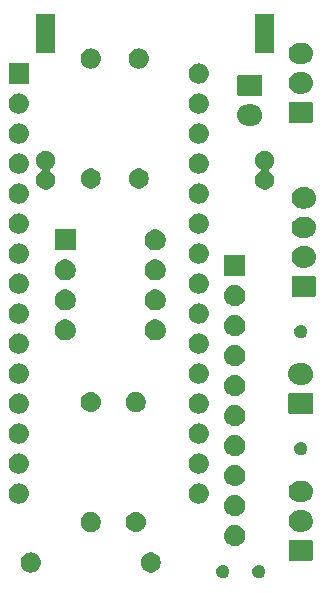
<source format=gts>
G04 #@! TF.GenerationSoftware,KiCad,Pcbnew,(5.0.1-3-g963ef8bb5)*
G04 #@! TF.CreationDate,2018-12-25T15:27:32+01:00*
G04 #@! TF.ProjectId,smarttrimix,736D6172747472696D69782E6B696361,rev?*
G04 #@! TF.SameCoordinates,Original*
G04 #@! TF.FileFunction,Soldermask,Top*
G04 #@! TF.FilePolarity,Negative*
%FSLAX46Y46*%
G04 Gerber Fmt 4.6, Leading zero omitted, Abs format (unit mm)*
G04 Created by KiCad (PCBNEW (5.0.1-3-g963ef8bb5)) date 2018 December 25, Tuesday 15:27:32*
%MOMM*%
%LPD*%
G01*
G04 APERTURE LIST*
%ADD10C,0.150000*%
G04 APERTURE END LIST*
D10*
G36*
X67470721Y-97514174D02*
X67570995Y-97555709D01*
X67661245Y-97616012D01*
X67737988Y-97692755D01*
X67798291Y-97783005D01*
X67839826Y-97883279D01*
X67861000Y-97989730D01*
X67861000Y-98098270D01*
X67839826Y-98204721D01*
X67798291Y-98304995D01*
X67737988Y-98395245D01*
X67661245Y-98471988D01*
X67570995Y-98532291D01*
X67470721Y-98573826D01*
X67364270Y-98595000D01*
X67255730Y-98595000D01*
X67149279Y-98573826D01*
X67049005Y-98532291D01*
X66958755Y-98471988D01*
X66882012Y-98395245D01*
X66821709Y-98304995D01*
X66780174Y-98204721D01*
X66759000Y-98098270D01*
X66759000Y-97989730D01*
X66780174Y-97883279D01*
X66821709Y-97783005D01*
X66882012Y-97692755D01*
X66958755Y-97616012D01*
X67049005Y-97555709D01*
X67149279Y-97514174D01*
X67255730Y-97493000D01*
X67364270Y-97493000D01*
X67470721Y-97514174D01*
X67470721Y-97514174D01*
G37*
G36*
X64422721Y-97514174D02*
X64522995Y-97555709D01*
X64613245Y-97616012D01*
X64689988Y-97692755D01*
X64750291Y-97783005D01*
X64791826Y-97883279D01*
X64813000Y-97989730D01*
X64813000Y-98098270D01*
X64791826Y-98204721D01*
X64750291Y-98304995D01*
X64689988Y-98395245D01*
X64613245Y-98471988D01*
X64522995Y-98532291D01*
X64422721Y-98573826D01*
X64316270Y-98595000D01*
X64207730Y-98595000D01*
X64101279Y-98573826D01*
X64001005Y-98532291D01*
X63910755Y-98471988D01*
X63834012Y-98395245D01*
X63773709Y-98304995D01*
X63732174Y-98204721D01*
X63711000Y-98098270D01*
X63711000Y-97989730D01*
X63732174Y-97883279D01*
X63773709Y-97783005D01*
X63834012Y-97692755D01*
X63910755Y-97616012D01*
X64001005Y-97555709D01*
X64101279Y-97514174D01*
X64207730Y-97493000D01*
X64316270Y-97493000D01*
X64422721Y-97514174D01*
X64422721Y-97514174D01*
G37*
G36*
X58414228Y-96463703D02*
X58569100Y-96527853D01*
X58708481Y-96620985D01*
X58827015Y-96739519D01*
X58920147Y-96878900D01*
X58984297Y-97033772D01*
X59017000Y-97198184D01*
X59017000Y-97365816D01*
X58984297Y-97530228D01*
X58920147Y-97685100D01*
X58827015Y-97824481D01*
X58708481Y-97943015D01*
X58569100Y-98036147D01*
X58414228Y-98100297D01*
X58249816Y-98133000D01*
X58082184Y-98133000D01*
X57917772Y-98100297D01*
X57762900Y-98036147D01*
X57623519Y-97943015D01*
X57504985Y-97824481D01*
X57411853Y-97685100D01*
X57347703Y-97530228D01*
X57315000Y-97365816D01*
X57315000Y-97198184D01*
X57347703Y-97033772D01*
X57411853Y-96878900D01*
X57504985Y-96739519D01*
X57623519Y-96620985D01*
X57762900Y-96527853D01*
X57917772Y-96463703D01*
X58082184Y-96431000D01*
X58249816Y-96431000D01*
X58414228Y-96463703D01*
X58414228Y-96463703D01*
G37*
G36*
X48172821Y-96443313D02*
X48172824Y-96443314D01*
X48172825Y-96443314D01*
X48333239Y-96491975D01*
X48333241Y-96491976D01*
X48333244Y-96491977D01*
X48481078Y-96570995D01*
X48610659Y-96677341D01*
X48717005Y-96806922D01*
X48796023Y-96954756D01*
X48796024Y-96954759D01*
X48796025Y-96954761D01*
X48836862Y-97089383D01*
X48844687Y-97115179D01*
X48861117Y-97282000D01*
X48844687Y-97448821D01*
X48844686Y-97448824D01*
X48844686Y-97448825D01*
X48812263Y-97555710D01*
X48796023Y-97609244D01*
X48717005Y-97757078D01*
X48610659Y-97886659D01*
X48481078Y-97993005D01*
X48333244Y-98072023D01*
X48333241Y-98072024D01*
X48333239Y-98072025D01*
X48172825Y-98120686D01*
X48172824Y-98120686D01*
X48172821Y-98120687D01*
X48047804Y-98133000D01*
X47964196Y-98133000D01*
X47839179Y-98120687D01*
X47839176Y-98120686D01*
X47839175Y-98120686D01*
X47678761Y-98072025D01*
X47678759Y-98072024D01*
X47678756Y-98072023D01*
X47530922Y-97993005D01*
X47401341Y-97886659D01*
X47294995Y-97757078D01*
X47215977Y-97609244D01*
X47199738Y-97555710D01*
X47167314Y-97448825D01*
X47167314Y-97448824D01*
X47167313Y-97448821D01*
X47150883Y-97282000D01*
X47167313Y-97115179D01*
X47175138Y-97089383D01*
X47215975Y-96954761D01*
X47215976Y-96954759D01*
X47215977Y-96954756D01*
X47294995Y-96806922D01*
X47401341Y-96677341D01*
X47530922Y-96570995D01*
X47678756Y-96491977D01*
X47678759Y-96491976D01*
X47678761Y-96491975D01*
X47839175Y-96443314D01*
X47839176Y-96443314D01*
X47839179Y-96443313D01*
X47964196Y-96431000D01*
X48047804Y-96431000D01*
X48172821Y-96443313D01*
X48172821Y-96443313D01*
G37*
G36*
X71749600Y-95368989D02*
X71782649Y-95379014D01*
X71813106Y-95395294D01*
X71839799Y-95417201D01*
X71861706Y-95443894D01*
X71877986Y-95474351D01*
X71888011Y-95507400D01*
X71892000Y-95547904D01*
X71892000Y-96984096D01*
X71888011Y-97024600D01*
X71877986Y-97057649D01*
X71861706Y-97088106D01*
X71839799Y-97114799D01*
X71813106Y-97136706D01*
X71782649Y-97152986D01*
X71749600Y-97163011D01*
X71709096Y-97167000D01*
X70022904Y-97167000D01*
X69982400Y-97163011D01*
X69949351Y-97152986D01*
X69918894Y-97136706D01*
X69892201Y-97114799D01*
X69870294Y-97088106D01*
X69854014Y-97057649D01*
X69843989Y-97024600D01*
X69840000Y-96984096D01*
X69840000Y-95547904D01*
X69843989Y-95507400D01*
X69854014Y-95474351D01*
X69870294Y-95443894D01*
X69892201Y-95417201D01*
X69918894Y-95395294D01*
X69949351Y-95379014D01*
X69982400Y-95368989D01*
X70022904Y-95365000D01*
X71709096Y-95365000D01*
X71749600Y-95368989D01*
X71749600Y-95368989D01*
G37*
G36*
X65385493Y-94101228D02*
X65454627Y-94108037D01*
X65567853Y-94142384D01*
X65624467Y-94159557D01*
X65763087Y-94233652D01*
X65780991Y-94243222D01*
X65812388Y-94268989D01*
X65918186Y-94355814D01*
X66001448Y-94457271D01*
X66030778Y-94493009D01*
X66030779Y-94493011D01*
X66114443Y-94649533D01*
X66121045Y-94671297D01*
X66165963Y-94819373D01*
X66183359Y-94996000D01*
X66165963Y-95172627D01*
X66131616Y-95285853D01*
X66114443Y-95342467D01*
X66074496Y-95417201D01*
X66030778Y-95498991D01*
X66006487Y-95528589D01*
X65918186Y-95636186D01*
X65816729Y-95719448D01*
X65780991Y-95748778D01*
X65780989Y-95748779D01*
X65624467Y-95832443D01*
X65567853Y-95849616D01*
X65454627Y-95883963D01*
X65388443Y-95890481D01*
X65322260Y-95897000D01*
X65233740Y-95897000D01*
X65167557Y-95890481D01*
X65101373Y-95883963D01*
X64988147Y-95849616D01*
X64931533Y-95832443D01*
X64775011Y-95748779D01*
X64775009Y-95748778D01*
X64739271Y-95719448D01*
X64637814Y-95636186D01*
X64549513Y-95528589D01*
X64525222Y-95498991D01*
X64481504Y-95417201D01*
X64441557Y-95342467D01*
X64424384Y-95285853D01*
X64390037Y-95172627D01*
X64372641Y-94996000D01*
X64390037Y-94819373D01*
X64434955Y-94671297D01*
X64441557Y-94649533D01*
X64525221Y-94493011D01*
X64525222Y-94493009D01*
X64554552Y-94457271D01*
X64637814Y-94355814D01*
X64743612Y-94268989D01*
X64775009Y-94243222D01*
X64792913Y-94233652D01*
X64931533Y-94159557D01*
X64988147Y-94142384D01*
X65101373Y-94108037D01*
X65170507Y-94101228D01*
X65233740Y-94095000D01*
X65322260Y-94095000D01*
X65385493Y-94101228D01*
X65385493Y-94101228D01*
G37*
G36*
X57062821Y-93014313D02*
X57062824Y-93014314D01*
X57062825Y-93014314D01*
X57223239Y-93062975D01*
X57223241Y-93062976D01*
X57223244Y-93062977D01*
X57371078Y-93141995D01*
X57500659Y-93248341D01*
X57607005Y-93377922D01*
X57686023Y-93525756D01*
X57686024Y-93525759D01*
X57686025Y-93525761D01*
X57734686Y-93686175D01*
X57734687Y-93686179D01*
X57751117Y-93853000D01*
X57734687Y-94019821D01*
X57734686Y-94019824D01*
X57734686Y-94019825D01*
X57692299Y-94159557D01*
X57686023Y-94180244D01*
X57607005Y-94328078D01*
X57500659Y-94457659D01*
X57371078Y-94564005D01*
X57223244Y-94643023D01*
X57223241Y-94643024D01*
X57223239Y-94643025D01*
X57062825Y-94691686D01*
X57062824Y-94691686D01*
X57062821Y-94691687D01*
X56937804Y-94704000D01*
X56854196Y-94704000D01*
X56729179Y-94691687D01*
X56729176Y-94691686D01*
X56729175Y-94691686D01*
X56568761Y-94643025D01*
X56568759Y-94643024D01*
X56568756Y-94643023D01*
X56420922Y-94564005D01*
X56291341Y-94457659D01*
X56184995Y-94328078D01*
X56105977Y-94180244D01*
X56099702Y-94159557D01*
X56057314Y-94019825D01*
X56057314Y-94019824D01*
X56057313Y-94019821D01*
X56040883Y-93853000D01*
X56057313Y-93686179D01*
X56057314Y-93686175D01*
X56105975Y-93525761D01*
X56105976Y-93525759D01*
X56105977Y-93525756D01*
X56184995Y-93377922D01*
X56291341Y-93248341D01*
X56420922Y-93141995D01*
X56568756Y-93062977D01*
X56568759Y-93062976D01*
X56568761Y-93062975D01*
X56729175Y-93014314D01*
X56729176Y-93014314D01*
X56729179Y-93014313D01*
X56854196Y-93002000D01*
X56937804Y-93002000D01*
X57062821Y-93014313D01*
X57062821Y-93014313D01*
G37*
G36*
X53334228Y-93034703D02*
X53489100Y-93098853D01*
X53628481Y-93191985D01*
X53747015Y-93310519D01*
X53840147Y-93449900D01*
X53904297Y-93604772D01*
X53937000Y-93769184D01*
X53937000Y-93936816D01*
X53904297Y-94101228D01*
X53840147Y-94256100D01*
X53747015Y-94395481D01*
X53628481Y-94514015D01*
X53489100Y-94607147D01*
X53334228Y-94671297D01*
X53169816Y-94704000D01*
X53002184Y-94704000D01*
X52837772Y-94671297D01*
X52682900Y-94607147D01*
X52543519Y-94514015D01*
X52424985Y-94395481D01*
X52331853Y-94256100D01*
X52267703Y-94101228D01*
X52235000Y-93936816D01*
X52235000Y-93769184D01*
X52267703Y-93604772D01*
X52331853Y-93449900D01*
X52424985Y-93310519D01*
X52543519Y-93191985D01*
X52682900Y-93098853D01*
X52837772Y-93034703D01*
X53002184Y-93002000D01*
X53169816Y-93002000D01*
X53334228Y-93034703D01*
X53334228Y-93034703D01*
G37*
G36*
X71101442Y-92871518D02*
X71167627Y-92878037D01*
X71280853Y-92912384D01*
X71337467Y-92929557D01*
X71392533Y-92958991D01*
X71493991Y-93013222D01*
X71529729Y-93042552D01*
X71631186Y-93125814D01*
X71714448Y-93227271D01*
X71743778Y-93263009D01*
X71743779Y-93263011D01*
X71827443Y-93419533D01*
X71844616Y-93476147D01*
X71878963Y-93589373D01*
X71896359Y-93766000D01*
X71878963Y-93942627D01*
X71855545Y-94019825D01*
X71827443Y-94112467D01*
X71791215Y-94180244D01*
X71743778Y-94268991D01*
X71714448Y-94304729D01*
X71631186Y-94406186D01*
X71529729Y-94489448D01*
X71493991Y-94518778D01*
X71493989Y-94518779D01*
X71337467Y-94602443D01*
X71280853Y-94619616D01*
X71167627Y-94653963D01*
X71101442Y-94660482D01*
X71035260Y-94667000D01*
X70696740Y-94667000D01*
X70630558Y-94660482D01*
X70564373Y-94653963D01*
X70451147Y-94619616D01*
X70394533Y-94602443D01*
X70238011Y-94518779D01*
X70238009Y-94518778D01*
X70202271Y-94489448D01*
X70100814Y-94406186D01*
X70017552Y-94304729D01*
X69988222Y-94268991D01*
X69940785Y-94180244D01*
X69904557Y-94112467D01*
X69876455Y-94019825D01*
X69853037Y-93942627D01*
X69835641Y-93766000D01*
X69853037Y-93589373D01*
X69887384Y-93476147D01*
X69904557Y-93419533D01*
X69988221Y-93263011D01*
X69988222Y-93263009D01*
X70017552Y-93227271D01*
X70100814Y-93125814D01*
X70202271Y-93042552D01*
X70238009Y-93013222D01*
X70339467Y-92958991D01*
X70394533Y-92929557D01*
X70451147Y-92912384D01*
X70564373Y-92878037D01*
X70630558Y-92871518D01*
X70696740Y-92865000D01*
X71035260Y-92865000D01*
X71101442Y-92871518D01*
X71101442Y-92871518D01*
G37*
G36*
X65388443Y-91561519D02*
X65454627Y-91568037D01*
X65567853Y-91602384D01*
X65624467Y-91619557D01*
X65763087Y-91693652D01*
X65780991Y-91703222D01*
X65816729Y-91732552D01*
X65918186Y-91815814D01*
X65992350Y-91906185D01*
X66030778Y-91953009D01*
X66030779Y-91953011D01*
X66114443Y-92109533D01*
X66114443Y-92109534D01*
X66165963Y-92279373D01*
X66183359Y-92456000D01*
X66165963Y-92632627D01*
X66131616Y-92745853D01*
X66114443Y-92802467D01*
X66081018Y-92865000D01*
X66030778Y-92958991D01*
X66001448Y-92994729D01*
X65918186Y-93096186D01*
X65816729Y-93179448D01*
X65780991Y-93208778D01*
X65780989Y-93208779D01*
X65624467Y-93292443D01*
X65567853Y-93309616D01*
X65454627Y-93343963D01*
X65388442Y-93350482D01*
X65322260Y-93357000D01*
X65233740Y-93357000D01*
X65167558Y-93350482D01*
X65101373Y-93343963D01*
X64988147Y-93309616D01*
X64931533Y-93292443D01*
X64775011Y-93208779D01*
X64775009Y-93208778D01*
X64739271Y-93179448D01*
X64637814Y-93096186D01*
X64554552Y-92994729D01*
X64525222Y-92958991D01*
X64474982Y-92865000D01*
X64441557Y-92802467D01*
X64424384Y-92745853D01*
X64390037Y-92632627D01*
X64372641Y-92456000D01*
X64390037Y-92279373D01*
X64441557Y-92109534D01*
X64441557Y-92109533D01*
X64525221Y-91953011D01*
X64525222Y-91953009D01*
X64563650Y-91906185D01*
X64637814Y-91815814D01*
X64739271Y-91732552D01*
X64775009Y-91703222D01*
X64792913Y-91693652D01*
X64931533Y-91619557D01*
X64988147Y-91602384D01*
X65101373Y-91568037D01*
X65167557Y-91561519D01*
X65233740Y-91555000D01*
X65322260Y-91555000D01*
X65388443Y-91561519D01*
X65388443Y-91561519D01*
G37*
G36*
X62396821Y-90601313D02*
X62396824Y-90601314D01*
X62396825Y-90601314D01*
X62557239Y-90649975D01*
X62557241Y-90649976D01*
X62557244Y-90649977D01*
X62705078Y-90728995D01*
X62834659Y-90835341D01*
X62941005Y-90964922D01*
X63020023Y-91112756D01*
X63068687Y-91273179D01*
X63085117Y-91440000D01*
X63068687Y-91606821D01*
X63068686Y-91606824D01*
X63068686Y-91606825D01*
X63039445Y-91703221D01*
X63020023Y-91767244D01*
X62941005Y-91915078D01*
X62834659Y-92044659D01*
X62705078Y-92151005D01*
X62557244Y-92230023D01*
X62557241Y-92230024D01*
X62557239Y-92230025D01*
X62396825Y-92278686D01*
X62396824Y-92278686D01*
X62396821Y-92278687D01*
X62271804Y-92291000D01*
X62188196Y-92291000D01*
X62063179Y-92278687D01*
X62063176Y-92278686D01*
X62063175Y-92278686D01*
X61902761Y-92230025D01*
X61902759Y-92230024D01*
X61902756Y-92230023D01*
X61754922Y-92151005D01*
X61625341Y-92044659D01*
X61518995Y-91915078D01*
X61439977Y-91767244D01*
X61420556Y-91703221D01*
X61391314Y-91606825D01*
X61391314Y-91606824D01*
X61391313Y-91606821D01*
X61374883Y-91440000D01*
X61391313Y-91273179D01*
X61439977Y-91112756D01*
X61518995Y-90964922D01*
X61625341Y-90835341D01*
X61754922Y-90728995D01*
X61902756Y-90649977D01*
X61902759Y-90649976D01*
X61902761Y-90649975D01*
X62063175Y-90601314D01*
X62063176Y-90601314D01*
X62063179Y-90601313D01*
X62188196Y-90589000D01*
X62271804Y-90589000D01*
X62396821Y-90601313D01*
X62396821Y-90601313D01*
G37*
G36*
X47156821Y-90601313D02*
X47156824Y-90601314D01*
X47156825Y-90601314D01*
X47317239Y-90649975D01*
X47317241Y-90649976D01*
X47317244Y-90649977D01*
X47465078Y-90728995D01*
X47594659Y-90835341D01*
X47701005Y-90964922D01*
X47780023Y-91112756D01*
X47828687Y-91273179D01*
X47845117Y-91440000D01*
X47828687Y-91606821D01*
X47828686Y-91606824D01*
X47828686Y-91606825D01*
X47799445Y-91703221D01*
X47780023Y-91767244D01*
X47701005Y-91915078D01*
X47594659Y-92044659D01*
X47465078Y-92151005D01*
X47317244Y-92230023D01*
X47317241Y-92230024D01*
X47317239Y-92230025D01*
X47156825Y-92278686D01*
X47156824Y-92278686D01*
X47156821Y-92278687D01*
X47031804Y-92291000D01*
X46948196Y-92291000D01*
X46823179Y-92278687D01*
X46823176Y-92278686D01*
X46823175Y-92278686D01*
X46662761Y-92230025D01*
X46662759Y-92230024D01*
X46662756Y-92230023D01*
X46514922Y-92151005D01*
X46385341Y-92044659D01*
X46278995Y-91915078D01*
X46199977Y-91767244D01*
X46180556Y-91703221D01*
X46151314Y-91606825D01*
X46151314Y-91606824D01*
X46151313Y-91606821D01*
X46134883Y-91440000D01*
X46151313Y-91273179D01*
X46199977Y-91112756D01*
X46278995Y-90964922D01*
X46385341Y-90835341D01*
X46514922Y-90728995D01*
X46662756Y-90649977D01*
X46662759Y-90649976D01*
X46662761Y-90649975D01*
X46823175Y-90601314D01*
X46823176Y-90601314D01*
X46823179Y-90601313D01*
X46948196Y-90589000D01*
X47031804Y-90589000D01*
X47156821Y-90601313D01*
X47156821Y-90601313D01*
G37*
G36*
X71101443Y-90371519D02*
X71167627Y-90378037D01*
X71280853Y-90412384D01*
X71337467Y-90429557D01*
X71476087Y-90503652D01*
X71493991Y-90513222D01*
X71529729Y-90542552D01*
X71631186Y-90625814D01*
X71714448Y-90727271D01*
X71743778Y-90763009D01*
X71743779Y-90763011D01*
X71827443Y-90919533D01*
X71827443Y-90919534D01*
X71878963Y-91089373D01*
X71896359Y-91266000D01*
X71878963Y-91442627D01*
X71844875Y-91555000D01*
X71827443Y-91612467D01*
X71823653Y-91619557D01*
X71743778Y-91768991D01*
X71714448Y-91804729D01*
X71631186Y-91906186D01*
X71529729Y-91989448D01*
X71493991Y-92018778D01*
X71493989Y-92018779D01*
X71337467Y-92102443D01*
X71280853Y-92119616D01*
X71167627Y-92153963D01*
X71101443Y-92160481D01*
X71035260Y-92167000D01*
X70696740Y-92167000D01*
X70630557Y-92160481D01*
X70564373Y-92153963D01*
X70451147Y-92119616D01*
X70394533Y-92102443D01*
X70238011Y-92018779D01*
X70238009Y-92018778D01*
X70202271Y-91989448D01*
X70100814Y-91906186D01*
X70017552Y-91804729D01*
X69988222Y-91768991D01*
X69908347Y-91619557D01*
X69904557Y-91612467D01*
X69887125Y-91555000D01*
X69853037Y-91442627D01*
X69835641Y-91266000D01*
X69853037Y-91089373D01*
X69904557Y-90919534D01*
X69904557Y-90919533D01*
X69988221Y-90763011D01*
X69988222Y-90763009D01*
X70017552Y-90727271D01*
X70100814Y-90625814D01*
X70202271Y-90542552D01*
X70238009Y-90513222D01*
X70255913Y-90503652D01*
X70394533Y-90429557D01*
X70451147Y-90412384D01*
X70564373Y-90378037D01*
X70630557Y-90371519D01*
X70696740Y-90365000D01*
X71035260Y-90365000D01*
X71101443Y-90371519D01*
X71101443Y-90371519D01*
G37*
G36*
X65388442Y-89021518D02*
X65454627Y-89028037D01*
X65567853Y-89062384D01*
X65624467Y-89079557D01*
X65763087Y-89153652D01*
X65780991Y-89163222D01*
X65816729Y-89192552D01*
X65918186Y-89275814D01*
X65999649Y-89375078D01*
X66030778Y-89413009D01*
X66030779Y-89413011D01*
X66114443Y-89569533D01*
X66114443Y-89569534D01*
X66165963Y-89739373D01*
X66183359Y-89916000D01*
X66165963Y-90092627D01*
X66131616Y-90205853D01*
X66114443Y-90262467D01*
X66059637Y-90365000D01*
X66030778Y-90418991D01*
X66001448Y-90454729D01*
X65918186Y-90556186D01*
X65816729Y-90639448D01*
X65780991Y-90668778D01*
X65780989Y-90668779D01*
X65624467Y-90752443D01*
X65589635Y-90763009D01*
X65454627Y-90803963D01*
X65388443Y-90810481D01*
X65322260Y-90817000D01*
X65233740Y-90817000D01*
X65167557Y-90810481D01*
X65101373Y-90803963D01*
X64966365Y-90763009D01*
X64931533Y-90752443D01*
X64775011Y-90668779D01*
X64775009Y-90668778D01*
X64739271Y-90639448D01*
X64637814Y-90556186D01*
X64554552Y-90454729D01*
X64525222Y-90418991D01*
X64496363Y-90365000D01*
X64441557Y-90262467D01*
X64424384Y-90205853D01*
X64390037Y-90092627D01*
X64372641Y-89916000D01*
X64390037Y-89739373D01*
X64441557Y-89569534D01*
X64441557Y-89569533D01*
X64525221Y-89413011D01*
X64525222Y-89413009D01*
X64556351Y-89375078D01*
X64637814Y-89275814D01*
X64739271Y-89192552D01*
X64775009Y-89163222D01*
X64792913Y-89153652D01*
X64931533Y-89079557D01*
X64988147Y-89062384D01*
X65101373Y-89028037D01*
X65167558Y-89021518D01*
X65233740Y-89015000D01*
X65322260Y-89015000D01*
X65388442Y-89021518D01*
X65388442Y-89021518D01*
G37*
G36*
X62396821Y-88061313D02*
X62396824Y-88061314D01*
X62396825Y-88061314D01*
X62557239Y-88109975D01*
X62557241Y-88109976D01*
X62557244Y-88109977D01*
X62705078Y-88188995D01*
X62834659Y-88295341D01*
X62941005Y-88424922D01*
X63020023Y-88572756D01*
X63068687Y-88733179D01*
X63085117Y-88900000D01*
X63068687Y-89066821D01*
X63068686Y-89066824D01*
X63068686Y-89066825D01*
X63039445Y-89163221D01*
X63020023Y-89227244D01*
X62941005Y-89375078D01*
X62834659Y-89504659D01*
X62705078Y-89611005D01*
X62557244Y-89690023D01*
X62557241Y-89690024D01*
X62557239Y-89690025D01*
X62396825Y-89738686D01*
X62396824Y-89738686D01*
X62396821Y-89738687D01*
X62271804Y-89751000D01*
X62188196Y-89751000D01*
X62063179Y-89738687D01*
X62063176Y-89738686D01*
X62063175Y-89738686D01*
X61902761Y-89690025D01*
X61902759Y-89690024D01*
X61902756Y-89690023D01*
X61754922Y-89611005D01*
X61625341Y-89504659D01*
X61518995Y-89375078D01*
X61439977Y-89227244D01*
X61420556Y-89163221D01*
X61391314Y-89066825D01*
X61391314Y-89066824D01*
X61391313Y-89066821D01*
X61374883Y-88900000D01*
X61391313Y-88733179D01*
X61439977Y-88572756D01*
X61518995Y-88424922D01*
X61625341Y-88295341D01*
X61754922Y-88188995D01*
X61902756Y-88109977D01*
X61902759Y-88109976D01*
X61902761Y-88109975D01*
X62063175Y-88061314D01*
X62063176Y-88061314D01*
X62063179Y-88061313D01*
X62188196Y-88049000D01*
X62271804Y-88049000D01*
X62396821Y-88061313D01*
X62396821Y-88061313D01*
G37*
G36*
X47156821Y-88061313D02*
X47156824Y-88061314D01*
X47156825Y-88061314D01*
X47317239Y-88109975D01*
X47317241Y-88109976D01*
X47317244Y-88109977D01*
X47465078Y-88188995D01*
X47594659Y-88295341D01*
X47701005Y-88424922D01*
X47780023Y-88572756D01*
X47828687Y-88733179D01*
X47845117Y-88900000D01*
X47828687Y-89066821D01*
X47828686Y-89066824D01*
X47828686Y-89066825D01*
X47799445Y-89163221D01*
X47780023Y-89227244D01*
X47701005Y-89375078D01*
X47594659Y-89504659D01*
X47465078Y-89611005D01*
X47317244Y-89690023D01*
X47317241Y-89690024D01*
X47317239Y-89690025D01*
X47156825Y-89738686D01*
X47156824Y-89738686D01*
X47156821Y-89738687D01*
X47031804Y-89751000D01*
X46948196Y-89751000D01*
X46823179Y-89738687D01*
X46823176Y-89738686D01*
X46823175Y-89738686D01*
X46662761Y-89690025D01*
X46662759Y-89690024D01*
X46662756Y-89690023D01*
X46514922Y-89611005D01*
X46385341Y-89504659D01*
X46278995Y-89375078D01*
X46199977Y-89227244D01*
X46180556Y-89163221D01*
X46151314Y-89066825D01*
X46151314Y-89066824D01*
X46151313Y-89066821D01*
X46134883Y-88900000D01*
X46151313Y-88733179D01*
X46199977Y-88572756D01*
X46278995Y-88424922D01*
X46385341Y-88295341D01*
X46514922Y-88188995D01*
X46662756Y-88109977D01*
X46662759Y-88109976D01*
X46662761Y-88109975D01*
X46823175Y-88061314D01*
X46823176Y-88061314D01*
X46823179Y-88061313D01*
X46948196Y-88049000D01*
X47031804Y-88049000D01*
X47156821Y-88061313D01*
X47156821Y-88061313D01*
G37*
G36*
X65388442Y-86481518D02*
X65454627Y-86488037D01*
X65567853Y-86522384D01*
X65624467Y-86539557D01*
X65763087Y-86613652D01*
X65780991Y-86623222D01*
X65816729Y-86652552D01*
X65918186Y-86735814D01*
X65999649Y-86835078D01*
X66030778Y-86873009D01*
X66030779Y-86873011D01*
X66114443Y-87029533D01*
X66114443Y-87029534D01*
X66165963Y-87199373D01*
X66183359Y-87376000D01*
X66165963Y-87552627D01*
X66158954Y-87575731D01*
X66114443Y-87722467D01*
X66077960Y-87790721D01*
X66030778Y-87878991D01*
X66001448Y-87914729D01*
X65918186Y-88016186D01*
X65816729Y-88099448D01*
X65780991Y-88128778D01*
X65780989Y-88128779D01*
X65624467Y-88212443D01*
X65567853Y-88229616D01*
X65454627Y-88263963D01*
X65388442Y-88270482D01*
X65322260Y-88277000D01*
X65233740Y-88277000D01*
X65167558Y-88270482D01*
X65101373Y-88263963D01*
X64988147Y-88229616D01*
X64931533Y-88212443D01*
X64775011Y-88128779D01*
X64775009Y-88128778D01*
X64739271Y-88099448D01*
X64637814Y-88016186D01*
X64554552Y-87914729D01*
X64525222Y-87878991D01*
X64478040Y-87790721D01*
X64441557Y-87722467D01*
X64397046Y-87575731D01*
X64390037Y-87552627D01*
X64372641Y-87376000D01*
X64390037Y-87199373D01*
X64441557Y-87029534D01*
X64441557Y-87029533D01*
X64525221Y-86873011D01*
X64525222Y-86873009D01*
X64556351Y-86835078D01*
X64637814Y-86735814D01*
X64739271Y-86652552D01*
X64775009Y-86623222D01*
X64792913Y-86613652D01*
X64931533Y-86539557D01*
X64988147Y-86522384D01*
X65101373Y-86488037D01*
X65167558Y-86481518D01*
X65233740Y-86475000D01*
X65322260Y-86475000D01*
X65388442Y-86481518D01*
X65388442Y-86481518D01*
G37*
G36*
X71026721Y-87100174D02*
X71126995Y-87141709D01*
X71217245Y-87202012D01*
X71293988Y-87278755D01*
X71354291Y-87369005D01*
X71395826Y-87469279D01*
X71417000Y-87575730D01*
X71417000Y-87684270D01*
X71395826Y-87790721D01*
X71354291Y-87890995D01*
X71293988Y-87981245D01*
X71217245Y-88057988D01*
X71126995Y-88118291D01*
X71026721Y-88159826D01*
X70920270Y-88181000D01*
X70811730Y-88181000D01*
X70705279Y-88159826D01*
X70605005Y-88118291D01*
X70514755Y-88057988D01*
X70438012Y-87981245D01*
X70377709Y-87890995D01*
X70336174Y-87790721D01*
X70315000Y-87684270D01*
X70315000Y-87575730D01*
X70336174Y-87469279D01*
X70377709Y-87369005D01*
X70438012Y-87278755D01*
X70514755Y-87202012D01*
X70605005Y-87141709D01*
X70705279Y-87100174D01*
X70811730Y-87079000D01*
X70920270Y-87079000D01*
X71026721Y-87100174D01*
X71026721Y-87100174D01*
G37*
G36*
X62396821Y-85521313D02*
X62396824Y-85521314D01*
X62396825Y-85521314D01*
X62557239Y-85569975D01*
X62557241Y-85569976D01*
X62557244Y-85569977D01*
X62705078Y-85648995D01*
X62834659Y-85755341D01*
X62941005Y-85884922D01*
X63020023Y-86032756D01*
X63068687Y-86193179D01*
X63085117Y-86360000D01*
X63068687Y-86526821D01*
X63068686Y-86526824D01*
X63068686Y-86526825D01*
X63039445Y-86623221D01*
X63020023Y-86687244D01*
X62941005Y-86835078D01*
X62834659Y-86964659D01*
X62705078Y-87071005D01*
X62557244Y-87150023D01*
X62557241Y-87150024D01*
X62557239Y-87150025D01*
X62396825Y-87198686D01*
X62396824Y-87198686D01*
X62396821Y-87198687D01*
X62271804Y-87211000D01*
X62188196Y-87211000D01*
X62063179Y-87198687D01*
X62063176Y-87198686D01*
X62063175Y-87198686D01*
X61902761Y-87150025D01*
X61902759Y-87150024D01*
X61902756Y-87150023D01*
X61754922Y-87071005D01*
X61625341Y-86964659D01*
X61518995Y-86835078D01*
X61439977Y-86687244D01*
X61420556Y-86623221D01*
X61391314Y-86526825D01*
X61391314Y-86526824D01*
X61391313Y-86526821D01*
X61374883Y-86360000D01*
X61391313Y-86193179D01*
X61439977Y-86032756D01*
X61518995Y-85884922D01*
X61625341Y-85755341D01*
X61754922Y-85648995D01*
X61902756Y-85569977D01*
X61902759Y-85569976D01*
X61902761Y-85569975D01*
X62063175Y-85521314D01*
X62063176Y-85521314D01*
X62063179Y-85521313D01*
X62188196Y-85509000D01*
X62271804Y-85509000D01*
X62396821Y-85521313D01*
X62396821Y-85521313D01*
G37*
G36*
X47156821Y-85521313D02*
X47156824Y-85521314D01*
X47156825Y-85521314D01*
X47317239Y-85569975D01*
X47317241Y-85569976D01*
X47317244Y-85569977D01*
X47465078Y-85648995D01*
X47594659Y-85755341D01*
X47701005Y-85884922D01*
X47780023Y-86032756D01*
X47828687Y-86193179D01*
X47845117Y-86360000D01*
X47828687Y-86526821D01*
X47828686Y-86526824D01*
X47828686Y-86526825D01*
X47799445Y-86623221D01*
X47780023Y-86687244D01*
X47701005Y-86835078D01*
X47594659Y-86964659D01*
X47465078Y-87071005D01*
X47317244Y-87150023D01*
X47317241Y-87150024D01*
X47317239Y-87150025D01*
X47156825Y-87198686D01*
X47156824Y-87198686D01*
X47156821Y-87198687D01*
X47031804Y-87211000D01*
X46948196Y-87211000D01*
X46823179Y-87198687D01*
X46823176Y-87198686D01*
X46823175Y-87198686D01*
X46662761Y-87150025D01*
X46662759Y-87150024D01*
X46662756Y-87150023D01*
X46514922Y-87071005D01*
X46385341Y-86964659D01*
X46278995Y-86835078D01*
X46199977Y-86687244D01*
X46180556Y-86623221D01*
X46151314Y-86526825D01*
X46151314Y-86526824D01*
X46151313Y-86526821D01*
X46134883Y-86360000D01*
X46151313Y-86193179D01*
X46199977Y-86032756D01*
X46278995Y-85884922D01*
X46385341Y-85755341D01*
X46514922Y-85648995D01*
X46662756Y-85569977D01*
X46662759Y-85569976D01*
X46662761Y-85569975D01*
X46823175Y-85521314D01*
X46823176Y-85521314D01*
X46823179Y-85521313D01*
X46948196Y-85509000D01*
X47031804Y-85509000D01*
X47156821Y-85521313D01*
X47156821Y-85521313D01*
G37*
G36*
X65385493Y-83941228D02*
X65454627Y-83948037D01*
X65567853Y-83982384D01*
X65624467Y-83999557D01*
X65763087Y-84073652D01*
X65780991Y-84083222D01*
X65816729Y-84112552D01*
X65918186Y-84195814D01*
X65999649Y-84295078D01*
X66030778Y-84333009D01*
X66030779Y-84333011D01*
X66114443Y-84489533D01*
X66121045Y-84511297D01*
X66165963Y-84659373D01*
X66183359Y-84836000D01*
X66165963Y-85012627D01*
X66131616Y-85125853D01*
X66114443Y-85182467D01*
X66040348Y-85321087D01*
X66030778Y-85338991D01*
X66001448Y-85374729D01*
X65918186Y-85476186D01*
X65816729Y-85559448D01*
X65780991Y-85588778D01*
X65780989Y-85588779D01*
X65624467Y-85672443D01*
X65567853Y-85689616D01*
X65454627Y-85723963D01*
X65388443Y-85730481D01*
X65322260Y-85737000D01*
X65233740Y-85737000D01*
X65167557Y-85730481D01*
X65101373Y-85723963D01*
X64988147Y-85689616D01*
X64931533Y-85672443D01*
X64775011Y-85588779D01*
X64775009Y-85588778D01*
X64739271Y-85559448D01*
X64637814Y-85476186D01*
X64554552Y-85374729D01*
X64525222Y-85338991D01*
X64515652Y-85321087D01*
X64441557Y-85182467D01*
X64424384Y-85125853D01*
X64390037Y-85012627D01*
X64372641Y-84836000D01*
X64390037Y-84659373D01*
X64434955Y-84511297D01*
X64441557Y-84489533D01*
X64525221Y-84333011D01*
X64525222Y-84333009D01*
X64556351Y-84295078D01*
X64637814Y-84195814D01*
X64739271Y-84112552D01*
X64775009Y-84083222D01*
X64792913Y-84073652D01*
X64931533Y-83999557D01*
X64988147Y-83982384D01*
X65101373Y-83948037D01*
X65170507Y-83941228D01*
X65233740Y-83935000D01*
X65322260Y-83935000D01*
X65385493Y-83941228D01*
X65385493Y-83941228D01*
G37*
G36*
X71774600Y-82922989D02*
X71807649Y-82933014D01*
X71838106Y-82949294D01*
X71864799Y-82971201D01*
X71886706Y-82997894D01*
X71902986Y-83028351D01*
X71913011Y-83061400D01*
X71917000Y-83101904D01*
X71917000Y-84538096D01*
X71913011Y-84578600D01*
X71902986Y-84611649D01*
X71886706Y-84642106D01*
X71864799Y-84668799D01*
X71838106Y-84690706D01*
X71807649Y-84706986D01*
X71774600Y-84717011D01*
X71734096Y-84721000D01*
X69997904Y-84721000D01*
X69957400Y-84717011D01*
X69924351Y-84706986D01*
X69893894Y-84690706D01*
X69867201Y-84668799D01*
X69845294Y-84642106D01*
X69829014Y-84611649D01*
X69818989Y-84578600D01*
X69815000Y-84538096D01*
X69815000Y-83101904D01*
X69818989Y-83061400D01*
X69829014Y-83028351D01*
X69845294Y-82997894D01*
X69867201Y-82971201D01*
X69893894Y-82949294D01*
X69924351Y-82933014D01*
X69957400Y-82922989D01*
X69997904Y-82919000D01*
X71734096Y-82919000D01*
X71774600Y-82922989D01*
X71774600Y-82922989D01*
G37*
G36*
X62396821Y-82981313D02*
X62396824Y-82981314D01*
X62396825Y-82981314D01*
X62557239Y-83029975D01*
X62557241Y-83029976D01*
X62557244Y-83029977D01*
X62705078Y-83108995D01*
X62834659Y-83215341D01*
X62941005Y-83344922D01*
X63020023Y-83492756D01*
X63068687Y-83653179D01*
X63085117Y-83820000D01*
X63068687Y-83986821D01*
X63068686Y-83986824D01*
X63068686Y-83986825D01*
X63035538Y-84096100D01*
X63020023Y-84147244D01*
X62941005Y-84295078D01*
X62834659Y-84424659D01*
X62705078Y-84531005D01*
X62557244Y-84610023D01*
X62557241Y-84610024D01*
X62557239Y-84610025D01*
X62396825Y-84658686D01*
X62396824Y-84658686D01*
X62396821Y-84658687D01*
X62271804Y-84671000D01*
X62188196Y-84671000D01*
X62063179Y-84658687D01*
X62063176Y-84658686D01*
X62063175Y-84658686D01*
X61902761Y-84610025D01*
X61902759Y-84610024D01*
X61902756Y-84610023D01*
X61754922Y-84531005D01*
X61625341Y-84424659D01*
X61518995Y-84295078D01*
X61439977Y-84147244D01*
X61424463Y-84096100D01*
X61391314Y-83986825D01*
X61391314Y-83986824D01*
X61391313Y-83986821D01*
X61374883Y-83820000D01*
X61391313Y-83653179D01*
X61439977Y-83492756D01*
X61518995Y-83344922D01*
X61625341Y-83215341D01*
X61754922Y-83108995D01*
X61902756Y-83029977D01*
X61902759Y-83029976D01*
X61902761Y-83029975D01*
X62063175Y-82981314D01*
X62063176Y-82981314D01*
X62063179Y-82981313D01*
X62188196Y-82969000D01*
X62271804Y-82969000D01*
X62396821Y-82981313D01*
X62396821Y-82981313D01*
G37*
G36*
X47156821Y-82981313D02*
X47156824Y-82981314D01*
X47156825Y-82981314D01*
X47317239Y-83029975D01*
X47317241Y-83029976D01*
X47317244Y-83029977D01*
X47465078Y-83108995D01*
X47594659Y-83215341D01*
X47701005Y-83344922D01*
X47780023Y-83492756D01*
X47828687Y-83653179D01*
X47845117Y-83820000D01*
X47828687Y-83986821D01*
X47828686Y-83986824D01*
X47828686Y-83986825D01*
X47795538Y-84096100D01*
X47780023Y-84147244D01*
X47701005Y-84295078D01*
X47594659Y-84424659D01*
X47465078Y-84531005D01*
X47317244Y-84610023D01*
X47317241Y-84610024D01*
X47317239Y-84610025D01*
X47156825Y-84658686D01*
X47156824Y-84658686D01*
X47156821Y-84658687D01*
X47031804Y-84671000D01*
X46948196Y-84671000D01*
X46823179Y-84658687D01*
X46823176Y-84658686D01*
X46823175Y-84658686D01*
X46662761Y-84610025D01*
X46662759Y-84610024D01*
X46662756Y-84610023D01*
X46514922Y-84531005D01*
X46385341Y-84424659D01*
X46278995Y-84295078D01*
X46199977Y-84147244D01*
X46184463Y-84096100D01*
X46151314Y-83986825D01*
X46151314Y-83986824D01*
X46151313Y-83986821D01*
X46134883Y-83820000D01*
X46151313Y-83653179D01*
X46199977Y-83492756D01*
X46278995Y-83344922D01*
X46385341Y-83215341D01*
X46514922Y-83108995D01*
X46662756Y-83029977D01*
X46662759Y-83029976D01*
X46662761Y-83029975D01*
X46823175Y-82981314D01*
X46823176Y-82981314D01*
X46823179Y-82981313D01*
X46948196Y-82969000D01*
X47031804Y-82969000D01*
X47156821Y-82981313D01*
X47156821Y-82981313D01*
G37*
G36*
X57144228Y-82874703D02*
X57299100Y-82938853D01*
X57438481Y-83031985D01*
X57557015Y-83150519D01*
X57650147Y-83289900D01*
X57714297Y-83444772D01*
X57747000Y-83609184D01*
X57747000Y-83776816D01*
X57714297Y-83941228D01*
X57650147Y-84096100D01*
X57557015Y-84235481D01*
X57438481Y-84354015D01*
X57299100Y-84447147D01*
X57144228Y-84511297D01*
X56979816Y-84544000D01*
X56812184Y-84544000D01*
X56647772Y-84511297D01*
X56492900Y-84447147D01*
X56353519Y-84354015D01*
X56234985Y-84235481D01*
X56141853Y-84096100D01*
X56077703Y-83941228D01*
X56045000Y-83776816D01*
X56045000Y-83609184D01*
X56077703Y-83444772D01*
X56141853Y-83289900D01*
X56234985Y-83150519D01*
X56353519Y-83031985D01*
X56492900Y-82938853D01*
X56647772Y-82874703D01*
X56812184Y-82842000D01*
X56979816Y-82842000D01*
X57144228Y-82874703D01*
X57144228Y-82874703D01*
G37*
G36*
X53252821Y-82854313D02*
X53252824Y-82854314D01*
X53252825Y-82854314D01*
X53413239Y-82902975D01*
X53413241Y-82902976D01*
X53413244Y-82902977D01*
X53561078Y-82981995D01*
X53690659Y-83088341D01*
X53797005Y-83217922D01*
X53876023Y-83365756D01*
X53876024Y-83365759D01*
X53876025Y-83365761D01*
X53914548Y-83492756D01*
X53924687Y-83526179D01*
X53941117Y-83693000D01*
X53924687Y-83859821D01*
X53924686Y-83859824D01*
X53924686Y-83859825D01*
X53882299Y-83999557D01*
X53876023Y-84020244D01*
X53797005Y-84168078D01*
X53690659Y-84297659D01*
X53561078Y-84404005D01*
X53413244Y-84483023D01*
X53413241Y-84483024D01*
X53413239Y-84483025D01*
X53252825Y-84531686D01*
X53252824Y-84531686D01*
X53252821Y-84531687D01*
X53127804Y-84544000D01*
X53044196Y-84544000D01*
X52919179Y-84531687D01*
X52919176Y-84531686D01*
X52919175Y-84531686D01*
X52758761Y-84483025D01*
X52758759Y-84483024D01*
X52758756Y-84483023D01*
X52610922Y-84404005D01*
X52481341Y-84297659D01*
X52374995Y-84168078D01*
X52295977Y-84020244D01*
X52289702Y-83999557D01*
X52247314Y-83859825D01*
X52247314Y-83859824D01*
X52247313Y-83859821D01*
X52230883Y-83693000D01*
X52247313Y-83526179D01*
X52257452Y-83492756D01*
X52295975Y-83365761D01*
X52295976Y-83365759D01*
X52295977Y-83365756D01*
X52374995Y-83217922D01*
X52481341Y-83088341D01*
X52610922Y-82981995D01*
X52758756Y-82902977D01*
X52758759Y-82902976D01*
X52758761Y-82902975D01*
X52919175Y-82854314D01*
X52919176Y-82854314D01*
X52919179Y-82854313D01*
X53044196Y-82842000D01*
X53127804Y-82842000D01*
X53252821Y-82854313D01*
X53252821Y-82854313D01*
G37*
G36*
X65388443Y-81401519D02*
X65454627Y-81408037D01*
X65567853Y-81442384D01*
X65624467Y-81459557D01*
X65693815Y-81496625D01*
X65780991Y-81543222D01*
X65816729Y-81572552D01*
X65918186Y-81655814D01*
X65999649Y-81755078D01*
X66030778Y-81793009D01*
X66030779Y-81793011D01*
X66114443Y-81949533D01*
X66114443Y-81949534D01*
X66165963Y-82119373D01*
X66183359Y-82296000D01*
X66165963Y-82472627D01*
X66131616Y-82585853D01*
X66114443Y-82642467D01*
X66040348Y-82781087D01*
X66030778Y-82798991D01*
X66001448Y-82834729D01*
X65918186Y-82936186D01*
X65842993Y-82997894D01*
X65780991Y-83048778D01*
X65780989Y-83048779D01*
X65624467Y-83132443D01*
X65567853Y-83149616D01*
X65454627Y-83183963D01*
X65388442Y-83190482D01*
X65322260Y-83197000D01*
X65233740Y-83197000D01*
X65167558Y-83190482D01*
X65101373Y-83183963D01*
X64988147Y-83149616D01*
X64931533Y-83132443D01*
X64775011Y-83048779D01*
X64775009Y-83048778D01*
X64713007Y-82997894D01*
X64637814Y-82936186D01*
X64554552Y-82834729D01*
X64525222Y-82798991D01*
X64515652Y-82781087D01*
X64441557Y-82642467D01*
X64424384Y-82585853D01*
X64390037Y-82472627D01*
X64372641Y-82296000D01*
X64390037Y-82119373D01*
X64441557Y-81949534D01*
X64441557Y-81949533D01*
X64525221Y-81793011D01*
X64525222Y-81793009D01*
X64556351Y-81755078D01*
X64637814Y-81655814D01*
X64739271Y-81572552D01*
X64775009Y-81543222D01*
X64862185Y-81496625D01*
X64931533Y-81459557D01*
X64988147Y-81442384D01*
X65101373Y-81408037D01*
X65167557Y-81401519D01*
X65233740Y-81395000D01*
X65322260Y-81395000D01*
X65388443Y-81401519D01*
X65388443Y-81401519D01*
G37*
G36*
X71126443Y-80425519D02*
X71192627Y-80432037D01*
X71305853Y-80466384D01*
X71362467Y-80483557D01*
X71409651Y-80508778D01*
X71518991Y-80567222D01*
X71549723Y-80592443D01*
X71656186Y-80679814D01*
X71739448Y-80781271D01*
X71768778Y-80817009D01*
X71768779Y-80817011D01*
X71852443Y-80973533D01*
X71852443Y-80973534D01*
X71903963Y-81143373D01*
X71921359Y-81320000D01*
X71903963Y-81496627D01*
X71870409Y-81607239D01*
X71852443Y-81666467D01*
X71805079Y-81755078D01*
X71768778Y-81822991D01*
X71739448Y-81858729D01*
X71656186Y-81960186D01*
X71554729Y-82043448D01*
X71518991Y-82072778D01*
X71518989Y-82072779D01*
X71362467Y-82156443D01*
X71305853Y-82173616D01*
X71192627Y-82207963D01*
X71126442Y-82214482D01*
X71060260Y-82221000D01*
X70671740Y-82221000D01*
X70605558Y-82214482D01*
X70539373Y-82207963D01*
X70426147Y-82173616D01*
X70369533Y-82156443D01*
X70213011Y-82072779D01*
X70213009Y-82072778D01*
X70177271Y-82043448D01*
X70075814Y-81960186D01*
X69992552Y-81858729D01*
X69963222Y-81822991D01*
X69926921Y-81755078D01*
X69879557Y-81666467D01*
X69861591Y-81607239D01*
X69828037Y-81496627D01*
X69810641Y-81320000D01*
X69828037Y-81143373D01*
X69879557Y-80973534D01*
X69879557Y-80973533D01*
X69963221Y-80817011D01*
X69963222Y-80817009D01*
X69992552Y-80781271D01*
X70075814Y-80679814D01*
X70182277Y-80592443D01*
X70213009Y-80567222D01*
X70322349Y-80508778D01*
X70369533Y-80483557D01*
X70426147Y-80466384D01*
X70539373Y-80432037D01*
X70605557Y-80425519D01*
X70671740Y-80419000D01*
X71060260Y-80419000D01*
X71126443Y-80425519D01*
X71126443Y-80425519D01*
G37*
G36*
X47156821Y-80441313D02*
X47156824Y-80441314D01*
X47156825Y-80441314D01*
X47317239Y-80489975D01*
X47317241Y-80489976D01*
X47317244Y-80489977D01*
X47465078Y-80568995D01*
X47594659Y-80675341D01*
X47701005Y-80804922D01*
X47780023Y-80952756D01*
X47828687Y-81113179D01*
X47845117Y-81280000D01*
X47828687Y-81446821D01*
X47828686Y-81446824D01*
X47828686Y-81446825D01*
X47799445Y-81543221D01*
X47780023Y-81607244D01*
X47701005Y-81755078D01*
X47594659Y-81884659D01*
X47465078Y-81991005D01*
X47317244Y-82070023D01*
X47317241Y-82070024D01*
X47317239Y-82070025D01*
X47156825Y-82118686D01*
X47156824Y-82118686D01*
X47156821Y-82118687D01*
X47031804Y-82131000D01*
X46948196Y-82131000D01*
X46823179Y-82118687D01*
X46823176Y-82118686D01*
X46823175Y-82118686D01*
X46662761Y-82070025D01*
X46662759Y-82070024D01*
X46662756Y-82070023D01*
X46514922Y-81991005D01*
X46385341Y-81884659D01*
X46278995Y-81755078D01*
X46199977Y-81607244D01*
X46180556Y-81543221D01*
X46151314Y-81446825D01*
X46151314Y-81446824D01*
X46151313Y-81446821D01*
X46134883Y-81280000D01*
X46151313Y-81113179D01*
X46199977Y-80952756D01*
X46278995Y-80804922D01*
X46385341Y-80675341D01*
X46514922Y-80568995D01*
X46662756Y-80489977D01*
X46662759Y-80489976D01*
X46662761Y-80489975D01*
X46823175Y-80441314D01*
X46823176Y-80441314D01*
X46823179Y-80441313D01*
X46948196Y-80429000D01*
X47031804Y-80429000D01*
X47156821Y-80441313D01*
X47156821Y-80441313D01*
G37*
G36*
X62396821Y-80441313D02*
X62396824Y-80441314D01*
X62396825Y-80441314D01*
X62557239Y-80489975D01*
X62557241Y-80489976D01*
X62557244Y-80489977D01*
X62705078Y-80568995D01*
X62834659Y-80675341D01*
X62941005Y-80804922D01*
X63020023Y-80952756D01*
X63068687Y-81113179D01*
X63085117Y-81280000D01*
X63068687Y-81446821D01*
X63068686Y-81446824D01*
X63068686Y-81446825D01*
X63039445Y-81543221D01*
X63020023Y-81607244D01*
X62941005Y-81755078D01*
X62834659Y-81884659D01*
X62705078Y-81991005D01*
X62557244Y-82070023D01*
X62557241Y-82070024D01*
X62557239Y-82070025D01*
X62396825Y-82118686D01*
X62396824Y-82118686D01*
X62396821Y-82118687D01*
X62271804Y-82131000D01*
X62188196Y-82131000D01*
X62063179Y-82118687D01*
X62063176Y-82118686D01*
X62063175Y-82118686D01*
X61902761Y-82070025D01*
X61902759Y-82070024D01*
X61902756Y-82070023D01*
X61754922Y-81991005D01*
X61625341Y-81884659D01*
X61518995Y-81755078D01*
X61439977Y-81607244D01*
X61420556Y-81543221D01*
X61391314Y-81446825D01*
X61391314Y-81446824D01*
X61391313Y-81446821D01*
X61374883Y-81280000D01*
X61391313Y-81113179D01*
X61439977Y-80952756D01*
X61518995Y-80804922D01*
X61625341Y-80675341D01*
X61754922Y-80568995D01*
X61902756Y-80489977D01*
X61902759Y-80489976D01*
X61902761Y-80489975D01*
X62063175Y-80441314D01*
X62063176Y-80441314D01*
X62063179Y-80441313D01*
X62188196Y-80429000D01*
X62271804Y-80429000D01*
X62396821Y-80441313D01*
X62396821Y-80441313D01*
G37*
G36*
X65388443Y-78861519D02*
X65454627Y-78868037D01*
X65567853Y-78902384D01*
X65624467Y-78919557D01*
X65763087Y-78993652D01*
X65780991Y-79003222D01*
X65816729Y-79032552D01*
X65918186Y-79115814D01*
X65999649Y-79215078D01*
X66030778Y-79253009D01*
X66030779Y-79253011D01*
X66114443Y-79409533D01*
X66114443Y-79409534D01*
X66165963Y-79579373D01*
X66183359Y-79756000D01*
X66165963Y-79932627D01*
X66131616Y-80045853D01*
X66114443Y-80102467D01*
X66040348Y-80241087D01*
X66030778Y-80258991D01*
X66001448Y-80294729D01*
X65918186Y-80396186D01*
X65816729Y-80479448D01*
X65780991Y-80508778D01*
X65780989Y-80508779D01*
X65624467Y-80592443D01*
X65567853Y-80609616D01*
X65454627Y-80643963D01*
X65388443Y-80650481D01*
X65322260Y-80657000D01*
X65233740Y-80657000D01*
X65167557Y-80650481D01*
X65101373Y-80643963D01*
X64988147Y-80609616D01*
X64931533Y-80592443D01*
X64775011Y-80508779D01*
X64775009Y-80508778D01*
X64739271Y-80479448D01*
X64637814Y-80396186D01*
X64554552Y-80294729D01*
X64525222Y-80258991D01*
X64515652Y-80241087D01*
X64441557Y-80102467D01*
X64424384Y-80045853D01*
X64390037Y-79932627D01*
X64372641Y-79756000D01*
X64390037Y-79579373D01*
X64441557Y-79409534D01*
X64441557Y-79409533D01*
X64525221Y-79253011D01*
X64525222Y-79253009D01*
X64556351Y-79215078D01*
X64637814Y-79115814D01*
X64739271Y-79032552D01*
X64775009Y-79003222D01*
X64792913Y-78993652D01*
X64931533Y-78919557D01*
X64988147Y-78902384D01*
X65101373Y-78868037D01*
X65167557Y-78861519D01*
X65233740Y-78855000D01*
X65322260Y-78855000D01*
X65388443Y-78861519D01*
X65388443Y-78861519D01*
G37*
G36*
X62396821Y-77901313D02*
X62396824Y-77901314D01*
X62396825Y-77901314D01*
X62557239Y-77949975D01*
X62557241Y-77949976D01*
X62557244Y-77949977D01*
X62705078Y-78028995D01*
X62834659Y-78135341D01*
X62941005Y-78264922D01*
X63020023Y-78412756D01*
X63020024Y-78412759D01*
X63020025Y-78412761D01*
X63042302Y-78486200D01*
X63068687Y-78573179D01*
X63085117Y-78740000D01*
X63068687Y-78906821D01*
X63068686Y-78906824D01*
X63068686Y-78906825D01*
X63039445Y-79003221D01*
X63020023Y-79067244D01*
X62941005Y-79215078D01*
X62834659Y-79344659D01*
X62705078Y-79451005D01*
X62557244Y-79530023D01*
X62557241Y-79530024D01*
X62557239Y-79530025D01*
X62396825Y-79578686D01*
X62396824Y-79578686D01*
X62396821Y-79578687D01*
X62271804Y-79591000D01*
X62188196Y-79591000D01*
X62063179Y-79578687D01*
X62063176Y-79578686D01*
X62063175Y-79578686D01*
X61902761Y-79530025D01*
X61902759Y-79530024D01*
X61902756Y-79530023D01*
X61754922Y-79451005D01*
X61625341Y-79344659D01*
X61518995Y-79215078D01*
X61439977Y-79067244D01*
X61420556Y-79003221D01*
X61391314Y-78906825D01*
X61391314Y-78906824D01*
X61391313Y-78906821D01*
X61374883Y-78740000D01*
X61391313Y-78573179D01*
X61417698Y-78486200D01*
X61439975Y-78412761D01*
X61439976Y-78412759D01*
X61439977Y-78412756D01*
X61518995Y-78264922D01*
X61625341Y-78135341D01*
X61754922Y-78028995D01*
X61902756Y-77949977D01*
X61902759Y-77949976D01*
X61902761Y-77949975D01*
X62063175Y-77901314D01*
X62063176Y-77901314D01*
X62063179Y-77901313D01*
X62188196Y-77889000D01*
X62271804Y-77889000D01*
X62396821Y-77901313D01*
X62396821Y-77901313D01*
G37*
G36*
X47156821Y-77901313D02*
X47156824Y-77901314D01*
X47156825Y-77901314D01*
X47317239Y-77949975D01*
X47317241Y-77949976D01*
X47317244Y-77949977D01*
X47465078Y-78028995D01*
X47594659Y-78135341D01*
X47701005Y-78264922D01*
X47780023Y-78412756D01*
X47780024Y-78412759D01*
X47780025Y-78412761D01*
X47802302Y-78486200D01*
X47828687Y-78573179D01*
X47845117Y-78740000D01*
X47828687Y-78906821D01*
X47828686Y-78906824D01*
X47828686Y-78906825D01*
X47799445Y-79003221D01*
X47780023Y-79067244D01*
X47701005Y-79215078D01*
X47594659Y-79344659D01*
X47465078Y-79451005D01*
X47317244Y-79530023D01*
X47317241Y-79530024D01*
X47317239Y-79530025D01*
X47156825Y-79578686D01*
X47156824Y-79578686D01*
X47156821Y-79578687D01*
X47031804Y-79591000D01*
X46948196Y-79591000D01*
X46823179Y-79578687D01*
X46823176Y-79578686D01*
X46823175Y-79578686D01*
X46662761Y-79530025D01*
X46662759Y-79530024D01*
X46662756Y-79530023D01*
X46514922Y-79451005D01*
X46385341Y-79344659D01*
X46278995Y-79215078D01*
X46199977Y-79067244D01*
X46180556Y-79003221D01*
X46151314Y-78906825D01*
X46151314Y-78906824D01*
X46151313Y-78906821D01*
X46134883Y-78740000D01*
X46151313Y-78573179D01*
X46177698Y-78486200D01*
X46199975Y-78412761D01*
X46199976Y-78412759D01*
X46199977Y-78412756D01*
X46278995Y-78264922D01*
X46385341Y-78135341D01*
X46514922Y-78028995D01*
X46662756Y-77949977D01*
X46662759Y-77949976D01*
X46662761Y-77949975D01*
X46823175Y-77901314D01*
X46823176Y-77901314D01*
X46823179Y-77901313D01*
X46948196Y-77889000D01*
X47031804Y-77889000D01*
X47156821Y-77901313D01*
X47156821Y-77901313D01*
G37*
G36*
X58806367Y-76741971D02*
X58806369Y-76741972D01*
X58806370Y-76741972D01*
X58866147Y-76766732D01*
X58968195Y-76809002D01*
X59113835Y-76906316D01*
X59237684Y-77030165D01*
X59334998Y-77175805D01*
X59402029Y-77337633D01*
X59436200Y-77509420D01*
X59436200Y-77684580D01*
X59417564Y-77778270D01*
X59402028Y-77856370D01*
X59377268Y-77916147D01*
X59334998Y-78018195D01*
X59237684Y-78163835D01*
X59113835Y-78287684D01*
X58968195Y-78384998D01*
X58866147Y-78427268D01*
X58806370Y-78452028D01*
X58806369Y-78452028D01*
X58806367Y-78452029D01*
X58634580Y-78486200D01*
X58459420Y-78486200D01*
X58287633Y-78452029D01*
X58287631Y-78452028D01*
X58287630Y-78452028D01*
X58227853Y-78427268D01*
X58125805Y-78384998D01*
X57980165Y-78287684D01*
X57856316Y-78163835D01*
X57759002Y-78018195D01*
X57716732Y-77916147D01*
X57691972Y-77856370D01*
X57676437Y-77778270D01*
X57657800Y-77684580D01*
X57657800Y-77509420D01*
X57691971Y-77337633D01*
X57759002Y-77175805D01*
X57856316Y-77030165D01*
X57980165Y-76906316D01*
X58125805Y-76809002D01*
X58227853Y-76766732D01*
X58287630Y-76741972D01*
X58287631Y-76741972D01*
X58287633Y-76741971D01*
X58459420Y-76707800D01*
X58634580Y-76707800D01*
X58806367Y-76741971D01*
X58806367Y-76741971D01*
G37*
G36*
X51186367Y-76741971D02*
X51186369Y-76741972D01*
X51186370Y-76741972D01*
X51246147Y-76766732D01*
X51348195Y-76809002D01*
X51493835Y-76906316D01*
X51617684Y-77030165D01*
X51714998Y-77175805D01*
X51782029Y-77337633D01*
X51816200Y-77509420D01*
X51816200Y-77684580D01*
X51797564Y-77778270D01*
X51782028Y-77856370D01*
X51757268Y-77916147D01*
X51714998Y-78018195D01*
X51617684Y-78163835D01*
X51493835Y-78287684D01*
X51348195Y-78384998D01*
X51246147Y-78427268D01*
X51186370Y-78452028D01*
X51186369Y-78452028D01*
X51186367Y-78452029D01*
X51014580Y-78486200D01*
X50839420Y-78486200D01*
X50667633Y-78452029D01*
X50667631Y-78452028D01*
X50667630Y-78452028D01*
X50607853Y-78427268D01*
X50505805Y-78384998D01*
X50360165Y-78287684D01*
X50236316Y-78163835D01*
X50139002Y-78018195D01*
X50096732Y-77916147D01*
X50071972Y-77856370D01*
X50056437Y-77778270D01*
X50037800Y-77684580D01*
X50037800Y-77509420D01*
X50071971Y-77337633D01*
X50139002Y-77175805D01*
X50236316Y-77030165D01*
X50360165Y-76906316D01*
X50505805Y-76809002D01*
X50607853Y-76766732D01*
X50667630Y-76741972D01*
X50667631Y-76741972D01*
X50667633Y-76741971D01*
X50839420Y-76707800D01*
X51014580Y-76707800D01*
X51186367Y-76741971D01*
X51186367Y-76741971D01*
G37*
G36*
X71026721Y-77194174D02*
X71126995Y-77235709D01*
X71217245Y-77296012D01*
X71293988Y-77372755D01*
X71354291Y-77463005D01*
X71395826Y-77563279D01*
X71417000Y-77669730D01*
X71417000Y-77778270D01*
X71395826Y-77884721D01*
X71354291Y-77984995D01*
X71293988Y-78075245D01*
X71217245Y-78151988D01*
X71126995Y-78212291D01*
X71026721Y-78253826D01*
X70920270Y-78275000D01*
X70811730Y-78275000D01*
X70705279Y-78253826D01*
X70605005Y-78212291D01*
X70514755Y-78151988D01*
X70438012Y-78075245D01*
X70377709Y-77984995D01*
X70336174Y-77884721D01*
X70315000Y-77778270D01*
X70315000Y-77669730D01*
X70336174Y-77563279D01*
X70377709Y-77463005D01*
X70438012Y-77372755D01*
X70514755Y-77296012D01*
X70605005Y-77235709D01*
X70705279Y-77194174D01*
X70811730Y-77173000D01*
X70920270Y-77173000D01*
X71026721Y-77194174D01*
X71026721Y-77194174D01*
G37*
G36*
X65388442Y-76321518D02*
X65454627Y-76328037D01*
X65567853Y-76362384D01*
X65624467Y-76379557D01*
X65763087Y-76453652D01*
X65780991Y-76463222D01*
X65816729Y-76492552D01*
X65918186Y-76575814D01*
X65999649Y-76675078D01*
X66030778Y-76713009D01*
X66030779Y-76713011D01*
X66114443Y-76869533D01*
X66114443Y-76869534D01*
X66165963Y-77039373D01*
X66183359Y-77216000D01*
X66165963Y-77392627D01*
X66144614Y-77463004D01*
X66114443Y-77562467D01*
X66057109Y-77669730D01*
X66030778Y-77718991D01*
X66001448Y-77754729D01*
X65918186Y-77856186D01*
X65816729Y-77939448D01*
X65780991Y-77968778D01*
X65780989Y-77968779D01*
X65624467Y-78052443D01*
X65567853Y-78069616D01*
X65454627Y-78103963D01*
X65388442Y-78110482D01*
X65322260Y-78117000D01*
X65233740Y-78117000D01*
X65167558Y-78110482D01*
X65101373Y-78103963D01*
X64988147Y-78069616D01*
X64931533Y-78052443D01*
X64775011Y-77968779D01*
X64775009Y-77968778D01*
X64739271Y-77939448D01*
X64637814Y-77856186D01*
X64554552Y-77754729D01*
X64525222Y-77718991D01*
X64498891Y-77669730D01*
X64441557Y-77562467D01*
X64411386Y-77463004D01*
X64390037Y-77392627D01*
X64372641Y-77216000D01*
X64390037Y-77039373D01*
X64441557Y-76869534D01*
X64441557Y-76869533D01*
X64525221Y-76713011D01*
X64525222Y-76713009D01*
X64556351Y-76675078D01*
X64637814Y-76575814D01*
X64739271Y-76492552D01*
X64775009Y-76463222D01*
X64792913Y-76453652D01*
X64931533Y-76379557D01*
X64988147Y-76362384D01*
X65101373Y-76328037D01*
X65167558Y-76321518D01*
X65233740Y-76315000D01*
X65322260Y-76315000D01*
X65388442Y-76321518D01*
X65388442Y-76321518D01*
G37*
G36*
X62396821Y-75361313D02*
X62396824Y-75361314D01*
X62396825Y-75361314D01*
X62557239Y-75409975D01*
X62557241Y-75409976D01*
X62557244Y-75409977D01*
X62705078Y-75488995D01*
X62834659Y-75595341D01*
X62941005Y-75724922D01*
X63020023Y-75872756D01*
X63020024Y-75872759D01*
X63020025Y-75872761D01*
X63042302Y-75946200D01*
X63068687Y-76033179D01*
X63085117Y-76200000D01*
X63068687Y-76366821D01*
X63068686Y-76366824D01*
X63068686Y-76366825D01*
X63039445Y-76463221D01*
X63020023Y-76527244D01*
X62941005Y-76675078D01*
X62834659Y-76804659D01*
X62705078Y-76911005D01*
X62557244Y-76990023D01*
X62557241Y-76990024D01*
X62557239Y-76990025D01*
X62396825Y-77038686D01*
X62396824Y-77038686D01*
X62396821Y-77038687D01*
X62271804Y-77051000D01*
X62188196Y-77051000D01*
X62063179Y-77038687D01*
X62063176Y-77038686D01*
X62063175Y-77038686D01*
X61902761Y-76990025D01*
X61902759Y-76990024D01*
X61902756Y-76990023D01*
X61754922Y-76911005D01*
X61625341Y-76804659D01*
X61518995Y-76675078D01*
X61439977Y-76527244D01*
X61420556Y-76463221D01*
X61391314Y-76366825D01*
X61391314Y-76366824D01*
X61391313Y-76366821D01*
X61374883Y-76200000D01*
X61391313Y-76033179D01*
X61417698Y-75946200D01*
X61439975Y-75872761D01*
X61439976Y-75872759D01*
X61439977Y-75872756D01*
X61518995Y-75724922D01*
X61625341Y-75595341D01*
X61754922Y-75488995D01*
X61902756Y-75409977D01*
X61902759Y-75409976D01*
X61902761Y-75409975D01*
X62063175Y-75361314D01*
X62063176Y-75361314D01*
X62063179Y-75361313D01*
X62188196Y-75349000D01*
X62271804Y-75349000D01*
X62396821Y-75361313D01*
X62396821Y-75361313D01*
G37*
G36*
X47156821Y-75361313D02*
X47156824Y-75361314D01*
X47156825Y-75361314D01*
X47317239Y-75409975D01*
X47317241Y-75409976D01*
X47317244Y-75409977D01*
X47465078Y-75488995D01*
X47594659Y-75595341D01*
X47701005Y-75724922D01*
X47780023Y-75872756D01*
X47780024Y-75872759D01*
X47780025Y-75872761D01*
X47802302Y-75946200D01*
X47828687Y-76033179D01*
X47845117Y-76200000D01*
X47828687Y-76366821D01*
X47828686Y-76366824D01*
X47828686Y-76366825D01*
X47799445Y-76463221D01*
X47780023Y-76527244D01*
X47701005Y-76675078D01*
X47594659Y-76804659D01*
X47465078Y-76911005D01*
X47317244Y-76990023D01*
X47317241Y-76990024D01*
X47317239Y-76990025D01*
X47156825Y-77038686D01*
X47156824Y-77038686D01*
X47156821Y-77038687D01*
X47031804Y-77051000D01*
X46948196Y-77051000D01*
X46823179Y-77038687D01*
X46823176Y-77038686D01*
X46823175Y-77038686D01*
X46662761Y-76990025D01*
X46662759Y-76990024D01*
X46662756Y-76990023D01*
X46514922Y-76911005D01*
X46385341Y-76804659D01*
X46278995Y-76675078D01*
X46199977Y-76527244D01*
X46180556Y-76463221D01*
X46151314Y-76366825D01*
X46151314Y-76366824D01*
X46151313Y-76366821D01*
X46134883Y-76200000D01*
X46151313Y-76033179D01*
X46177698Y-75946200D01*
X46199975Y-75872761D01*
X46199976Y-75872759D01*
X46199977Y-75872756D01*
X46278995Y-75724922D01*
X46385341Y-75595341D01*
X46514922Y-75488995D01*
X46662756Y-75409977D01*
X46662759Y-75409976D01*
X46662761Y-75409975D01*
X46823175Y-75361314D01*
X46823176Y-75361314D01*
X46823179Y-75361313D01*
X46948196Y-75349000D01*
X47031804Y-75349000D01*
X47156821Y-75361313D01*
X47156821Y-75361313D01*
G37*
G36*
X51186367Y-74201971D02*
X51186369Y-74201972D01*
X51186370Y-74201972D01*
X51246147Y-74226732D01*
X51348195Y-74269002D01*
X51493835Y-74366316D01*
X51617684Y-74490165D01*
X51714998Y-74635805D01*
X51714998Y-74635806D01*
X51776675Y-74784706D01*
X51782029Y-74797633D01*
X51816200Y-74969420D01*
X51816200Y-75144580D01*
X51809356Y-75178989D01*
X51782028Y-75316370D01*
X51757268Y-75376147D01*
X51714998Y-75478195D01*
X51617684Y-75623835D01*
X51493835Y-75747684D01*
X51348195Y-75844998D01*
X51246147Y-75887268D01*
X51186370Y-75912028D01*
X51186369Y-75912028D01*
X51186367Y-75912029D01*
X51014580Y-75946200D01*
X50839420Y-75946200D01*
X50667633Y-75912029D01*
X50667631Y-75912028D01*
X50667630Y-75912028D01*
X50607853Y-75887268D01*
X50505805Y-75844998D01*
X50360165Y-75747684D01*
X50236316Y-75623835D01*
X50139002Y-75478195D01*
X50096732Y-75376147D01*
X50071972Y-75316370D01*
X50044645Y-75178989D01*
X50037800Y-75144580D01*
X50037800Y-74969420D01*
X50071971Y-74797633D01*
X50077326Y-74784706D01*
X50139002Y-74635806D01*
X50139002Y-74635805D01*
X50236316Y-74490165D01*
X50360165Y-74366316D01*
X50505805Y-74269002D01*
X50607853Y-74226732D01*
X50667630Y-74201972D01*
X50667631Y-74201972D01*
X50667633Y-74201971D01*
X50839420Y-74167800D01*
X51014580Y-74167800D01*
X51186367Y-74201971D01*
X51186367Y-74201971D01*
G37*
G36*
X58806367Y-74201971D02*
X58806369Y-74201972D01*
X58806370Y-74201972D01*
X58866147Y-74226732D01*
X58968195Y-74269002D01*
X59113835Y-74366316D01*
X59237684Y-74490165D01*
X59334998Y-74635805D01*
X59334998Y-74635806D01*
X59396675Y-74784706D01*
X59402029Y-74797633D01*
X59436200Y-74969420D01*
X59436200Y-75144580D01*
X59429356Y-75178989D01*
X59402028Y-75316370D01*
X59377268Y-75376147D01*
X59334998Y-75478195D01*
X59237684Y-75623835D01*
X59113835Y-75747684D01*
X58968195Y-75844998D01*
X58866147Y-75887268D01*
X58806370Y-75912028D01*
X58806369Y-75912028D01*
X58806367Y-75912029D01*
X58634580Y-75946200D01*
X58459420Y-75946200D01*
X58287633Y-75912029D01*
X58287631Y-75912028D01*
X58287630Y-75912028D01*
X58227853Y-75887268D01*
X58125805Y-75844998D01*
X57980165Y-75747684D01*
X57856316Y-75623835D01*
X57759002Y-75478195D01*
X57716732Y-75376147D01*
X57691972Y-75316370D01*
X57664645Y-75178989D01*
X57657800Y-75144580D01*
X57657800Y-74969420D01*
X57691971Y-74797633D01*
X57697326Y-74784706D01*
X57759002Y-74635806D01*
X57759002Y-74635805D01*
X57856316Y-74490165D01*
X57980165Y-74366316D01*
X58125805Y-74269002D01*
X58227853Y-74226732D01*
X58287630Y-74201972D01*
X58287631Y-74201972D01*
X58287633Y-74201971D01*
X58459420Y-74167800D01*
X58634580Y-74167800D01*
X58806367Y-74201971D01*
X58806367Y-74201971D01*
G37*
G36*
X65388443Y-73781519D02*
X65454627Y-73788037D01*
X65567853Y-73822384D01*
X65624467Y-73839557D01*
X65763087Y-73913652D01*
X65780991Y-73923222D01*
X65816729Y-73952552D01*
X65918186Y-74035814D01*
X65999649Y-74135078D01*
X66030778Y-74173009D01*
X66030779Y-74173011D01*
X66114443Y-74329533D01*
X66114443Y-74329534D01*
X66165963Y-74499373D01*
X66183359Y-74676000D01*
X66165963Y-74852627D01*
X66131616Y-74965853D01*
X66114443Y-75022467D01*
X66049172Y-75144579D01*
X66030778Y-75178991D01*
X66001448Y-75214729D01*
X65918186Y-75316186D01*
X65816729Y-75399448D01*
X65780991Y-75428778D01*
X65780989Y-75428779D01*
X65624467Y-75512443D01*
X65567853Y-75529616D01*
X65454627Y-75563963D01*
X65388443Y-75570481D01*
X65322260Y-75577000D01*
X65233740Y-75577000D01*
X65167557Y-75570481D01*
X65101373Y-75563963D01*
X64988147Y-75529616D01*
X64931533Y-75512443D01*
X64775011Y-75428779D01*
X64775009Y-75428778D01*
X64739271Y-75399448D01*
X64637814Y-75316186D01*
X64554552Y-75214729D01*
X64525222Y-75178991D01*
X64506828Y-75144579D01*
X64441557Y-75022467D01*
X64424384Y-74965853D01*
X64390037Y-74852627D01*
X64372641Y-74676000D01*
X64390037Y-74499373D01*
X64441557Y-74329534D01*
X64441557Y-74329533D01*
X64525221Y-74173011D01*
X64525222Y-74173009D01*
X64556351Y-74135078D01*
X64637814Y-74035814D01*
X64739271Y-73952552D01*
X64775009Y-73923222D01*
X64792913Y-73913652D01*
X64931533Y-73839557D01*
X64988147Y-73822384D01*
X65101373Y-73788037D01*
X65167557Y-73781519D01*
X65233740Y-73775000D01*
X65322260Y-73775000D01*
X65388443Y-73781519D01*
X65388443Y-73781519D01*
G37*
G36*
X72003600Y-73016989D02*
X72036649Y-73027014D01*
X72067106Y-73043294D01*
X72093799Y-73065201D01*
X72115706Y-73091894D01*
X72131986Y-73122351D01*
X72142011Y-73155400D01*
X72146000Y-73195904D01*
X72146000Y-74632096D01*
X72142011Y-74672600D01*
X72131986Y-74705649D01*
X72115706Y-74736106D01*
X72093799Y-74762799D01*
X72067106Y-74784706D01*
X72036649Y-74800986D01*
X72003600Y-74811011D01*
X71963096Y-74815000D01*
X70276904Y-74815000D01*
X70236400Y-74811011D01*
X70203351Y-74800986D01*
X70172894Y-74784706D01*
X70146201Y-74762799D01*
X70124294Y-74736106D01*
X70108014Y-74705649D01*
X70097989Y-74672600D01*
X70094000Y-74632096D01*
X70094000Y-73195904D01*
X70097989Y-73155400D01*
X70108014Y-73122351D01*
X70124294Y-73091894D01*
X70146201Y-73065201D01*
X70172894Y-73043294D01*
X70203351Y-73027014D01*
X70236400Y-73016989D01*
X70276904Y-73013000D01*
X71963096Y-73013000D01*
X72003600Y-73016989D01*
X72003600Y-73016989D01*
G37*
G36*
X62396821Y-72821313D02*
X62396824Y-72821314D01*
X62396825Y-72821314D01*
X62557239Y-72869975D01*
X62557241Y-72869976D01*
X62557244Y-72869977D01*
X62705078Y-72948995D01*
X62834659Y-73055341D01*
X62941005Y-73184922D01*
X63020023Y-73332756D01*
X63020024Y-73332759D01*
X63020025Y-73332761D01*
X63042302Y-73406200D01*
X63068687Y-73493179D01*
X63085117Y-73660000D01*
X63068687Y-73826821D01*
X63068686Y-73826824D01*
X63068686Y-73826825D01*
X63039445Y-73923221D01*
X63020023Y-73987244D01*
X62941005Y-74135078D01*
X62834659Y-74264659D01*
X62705078Y-74371005D01*
X62557244Y-74450023D01*
X62557241Y-74450024D01*
X62557239Y-74450025D01*
X62396825Y-74498686D01*
X62396824Y-74498686D01*
X62396821Y-74498687D01*
X62271804Y-74511000D01*
X62188196Y-74511000D01*
X62063179Y-74498687D01*
X62063176Y-74498686D01*
X62063175Y-74498686D01*
X61902761Y-74450025D01*
X61902759Y-74450024D01*
X61902756Y-74450023D01*
X61754922Y-74371005D01*
X61625341Y-74264659D01*
X61518995Y-74135078D01*
X61439977Y-73987244D01*
X61420556Y-73923221D01*
X61391314Y-73826825D01*
X61391314Y-73826824D01*
X61391313Y-73826821D01*
X61374883Y-73660000D01*
X61391313Y-73493179D01*
X61417698Y-73406200D01*
X61439975Y-73332761D01*
X61439976Y-73332759D01*
X61439977Y-73332756D01*
X61518995Y-73184922D01*
X61625341Y-73055341D01*
X61754922Y-72948995D01*
X61902756Y-72869977D01*
X61902759Y-72869976D01*
X61902761Y-72869975D01*
X62063175Y-72821314D01*
X62063176Y-72821314D01*
X62063179Y-72821313D01*
X62188196Y-72809000D01*
X62271804Y-72809000D01*
X62396821Y-72821313D01*
X62396821Y-72821313D01*
G37*
G36*
X47156821Y-72821313D02*
X47156824Y-72821314D01*
X47156825Y-72821314D01*
X47317239Y-72869975D01*
X47317241Y-72869976D01*
X47317244Y-72869977D01*
X47465078Y-72948995D01*
X47594659Y-73055341D01*
X47701005Y-73184922D01*
X47780023Y-73332756D01*
X47780024Y-73332759D01*
X47780025Y-73332761D01*
X47802302Y-73406200D01*
X47828687Y-73493179D01*
X47845117Y-73660000D01*
X47828687Y-73826821D01*
X47828686Y-73826824D01*
X47828686Y-73826825D01*
X47799445Y-73923221D01*
X47780023Y-73987244D01*
X47701005Y-74135078D01*
X47594659Y-74264659D01*
X47465078Y-74371005D01*
X47317244Y-74450023D01*
X47317241Y-74450024D01*
X47317239Y-74450025D01*
X47156825Y-74498686D01*
X47156824Y-74498686D01*
X47156821Y-74498687D01*
X47031804Y-74511000D01*
X46948196Y-74511000D01*
X46823179Y-74498687D01*
X46823176Y-74498686D01*
X46823175Y-74498686D01*
X46662761Y-74450025D01*
X46662759Y-74450024D01*
X46662756Y-74450023D01*
X46514922Y-74371005D01*
X46385341Y-74264659D01*
X46278995Y-74135078D01*
X46199977Y-73987244D01*
X46180556Y-73923221D01*
X46151314Y-73826825D01*
X46151314Y-73826824D01*
X46151313Y-73826821D01*
X46134883Y-73660000D01*
X46151313Y-73493179D01*
X46177698Y-73406200D01*
X46199975Y-73332761D01*
X46199976Y-73332759D01*
X46199977Y-73332756D01*
X46278995Y-73184922D01*
X46385341Y-73055341D01*
X46514922Y-72948995D01*
X46662756Y-72869977D01*
X46662759Y-72869976D01*
X46662761Y-72869975D01*
X46823175Y-72821314D01*
X46823176Y-72821314D01*
X46823179Y-72821313D01*
X46948196Y-72809000D01*
X47031804Y-72809000D01*
X47156821Y-72821313D01*
X47156821Y-72821313D01*
G37*
G36*
X58806367Y-71661971D02*
X58806369Y-71661972D01*
X58806370Y-71661972D01*
X58866147Y-71686732D01*
X58968195Y-71729002D01*
X59113835Y-71826316D01*
X59237684Y-71950165D01*
X59334998Y-72095805D01*
X59334998Y-72095806D01*
X59402028Y-72257630D01*
X59436200Y-72429421D01*
X59436200Y-72604579D01*
X59402028Y-72776370D01*
X59377268Y-72836147D01*
X59334998Y-72938195D01*
X59237684Y-73083835D01*
X59113835Y-73207684D01*
X58968195Y-73304998D01*
X58866147Y-73347268D01*
X58806370Y-73372028D01*
X58806369Y-73372028D01*
X58806367Y-73372029D01*
X58634580Y-73406200D01*
X58459420Y-73406200D01*
X58287633Y-73372029D01*
X58287631Y-73372028D01*
X58287630Y-73372028D01*
X58227853Y-73347268D01*
X58125805Y-73304998D01*
X57980165Y-73207684D01*
X57856316Y-73083835D01*
X57759002Y-72938195D01*
X57716732Y-72836147D01*
X57691972Y-72776370D01*
X57657800Y-72604579D01*
X57657800Y-72429421D01*
X57691972Y-72257630D01*
X57759002Y-72095806D01*
X57759002Y-72095805D01*
X57856316Y-71950165D01*
X57980165Y-71826316D01*
X58125805Y-71729002D01*
X58227853Y-71686732D01*
X58287630Y-71661972D01*
X58287631Y-71661972D01*
X58287633Y-71661971D01*
X58459420Y-71627800D01*
X58634580Y-71627800D01*
X58806367Y-71661971D01*
X58806367Y-71661971D01*
G37*
G36*
X51186367Y-71661971D02*
X51186369Y-71661972D01*
X51186370Y-71661972D01*
X51246147Y-71686732D01*
X51348195Y-71729002D01*
X51493835Y-71826316D01*
X51617684Y-71950165D01*
X51714998Y-72095805D01*
X51714998Y-72095806D01*
X51782028Y-72257630D01*
X51816200Y-72429421D01*
X51816200Y-72604579D01*
X51782028Y-72776370D01*
X51757268Y-72836147D01*
X51714998Y-72938195D01*
X51617684Y-73083835D01*
X51493835Y-73207684D01*
X51348195Y-73304998D01*
X51246147Y-73347268D01*
X51186370Y-73372028D01*
X51186369Y-73372028D01*
X51186367Y-73372029D01*
X51014580Y-73406200D01*
X50839420Y-73406200D01*
X50667633Y-73372029D01*
X50667631Y-73372028D01*
X50667630Y-73372028D01*
X50607853Y-73347268D01*
X50505805Y-73304998D01*
X50360165Y-73207684D01*
X50236316Y-73083835D01*
X50139002Y-72938195D01*
X50096732Y-72836147D01*
X50071972Y-72776370D01*
X50037800Y-72604579D01*
X50037800Y-72429421D01*
X50071972Y-72257630D01*
X50139002Y-72095806D01*
X50139002Y-72095805D01*
X50236316Y-71950165D01*
X50360165Y-71826316D01*
X50505805Y-71729002D01*
X50607853Y-71686732D01*
X50667630Y-71661972D01*
X50667631Y-71661972D01*
X50667633Y-71661971D01*
X50839420Y-71627800D01*
X51014580Y-71627800D01*
X51186367Y-71661971D01*
X51186367Y-71661971D01*
G37*
G36*
X66179000Y-73037000D02*
X64377000Y-73037000D01*
X64377000Y-71235000D01*
X66179000Y-71235000D01*
X66179000Y-73037000D01*
X66179000Y-73037000D01*
G37*
G36*
X71355443Y-70519519D02*
X71421627Y-70526037D01*
X71534853Y-70560384D01*
X71591467Y-70577557D01*
X71717496Y-70644922D01*
X71747991Y-70661222D01*
X71755867Y-70667686D01*
X71885186Y-70773814D01*
X71961004Y-70866200D01*
X71997778Y-70911009D01*
X71997779Y-70911011D01*
X72081443Y-71067533D01*
X72081443Y-71067534D01*
X72132963Y-71237373D01*
X72150359Y-71414000D01*
X72132963Y-71590627D01*
X72111321Y-71661971D01*
X72081443Y-71760467D01*
X72043739Y-71831005D01*
X71997778Y-71916991D01*
X71970553Y-71950165D01*
X71885186Y-72054186D01*
X71783729Y-72137448D01*
X71747991Y-72166778D01*
X71747989Y-72166779D01*
X71591467Y-72250443D01*
X71567774Y-72257630D01*
X71421627Y-72301963D01*
X71355442Y-72308482D01*
X71289260Y-72315000D01*
X70950740Y-72315000D01*
X70884558Y-72308482D01*
X70818373Y-72301963D01*
X70672226Y-72257630D01*
X70648533Y-72250443D01*
X70492011Y-72166779D01*
X70492009Y-72166778D01*
X70456271Y-72137448D01*
X70354814Y-72054186D01*
X70269447Y-71950165D01*
X70242222Y-71916991D01*
X70196261Y-71831005D01*
X70158557Y-71760467D01*
X70128679Y-71661971D01*
X70107037Y-71590627D01*
X70089641Y-71414000D01*
X70107037Y-71237373D01*
X70158557Y-71067534D01*
X70158557Y-71067533D01*
X70242221Y-70911011D01*
X70242222Y-70911009D01*
X70278996Y-70866200D01*
X70354814Y-70773814D01*
X70484133Y-70667686D01*
X70492009Y-70661222D01*
X70522504Y-70644922D01*
X70648533Y-70577557D01*
X70705147Y-70560384D01*
X70818373Y-70526037D01*
X70884557Y-70519519D01*
X70950740Y-70513000D01*
X71289260Y-70513000D01*
X71355443Y-70519519D01*
X71355443Y-70519519D01*
G37*
G36*
X62396821Y-70281313D02*
X62396824Y-70281314D01*
X62396825Y-70281314D01*
X62557239Y-70329975D01*
X62557241Y-70329976D01*
X62557244Y-70329977D01*
X62705078Y-70408995D01*
X62834659Y-70515341D01*
X62941005Y-70644922D01*
X63020023Y-70792756D01*
X63020024Y-70792759D01*
X63020025Y-70792761D01*
X63068686Y-70953175D01*
X63068687Y-70953179D01*
X63085117Y-71120000D01*
X63068687Y-71286821D01*
X63020023Y-71447244D01*
X62941005Y-71595078D01*
X62834659Y-71724659D01*
X62705078Y-71831005D01*
X62557244Y-71910023D01*
X62557241Y-71910024D01*
X62557239Y-71910025D01*
X62396825Y-71958686D01*
X62396824Y-71958686D01*
X62396821Y-71958687D01*
X62271804Y-71971000D01*
X62188196Y-71971000D01*
X62063179Y-71958687D01*
X62063176Y-71958686D01*
X62063175Y-71958686D01*
X61902761Y-71910025D01*
X61902759Y-71910024D01*
X61902756Y-71910023D01*
X61754922Y-71831005D01*
X61625341Y-71724659D01*
X61518995Y-71595078D01*
X61439977Y-71447244D01*
X61391313Y-71286821D01*
X61374883Y-71120000D01*
X61391313Y-70953179D01*
X61391314Y-70953175D01*
X61439975Y-70792761D01*
X61439976Y-70792759D01*
X61439977Y-70792756D01*
X61518995Y-70644922D01*
X61625341Y-70515341D01*
X61754922Y-70408995D01*
X61902756Y-70329977D01*
X61902759Y-70329976D01*
X61902761Y-70329975D01*
X62063175Y-70281314D01*
X62063176Y-70281314D01*
X62063179Y-70281313D01*
X62188196Y-70269000D01*
X62271804Y-70269000D01*
X62396821Y-70281313D01*
X62396821Y-70281313D01*
G37*
G36*
X47156821Y-70281313D02*
X47156824Y-70281314D01*
X47156825Y-70281314D01*
X47317239Y-70329975D01*
X47317241Y-70329976D01*
X47317244Y-70329977D01*
X47465078Y-70408995D01*
X47594659Y-70515341D01*
X47701005Y-70644922D01*
X47780023Y-70792756D01*
X47780024Y-70792759D01*
X47780025Y-70792761D01*
X47828686Y-70953175D01*
X47828687Y-70953179D01*
X47845117Y-71120000D01*
X47828687Y-71286821D01*
X47780023Y-71447244D01*
X47701005Y-71595078D01*
X47594659Y-71724659D01*
X47465078Y-71831005D01*
X47317244Y-71910023D01*
X47317241Y-71910024D01*
X47317239Y-71910025D01*
X47156825Y-71958686D01*
X47156824Y-71958686D01*
X47156821Y-71958687D01*
X47031804Y-71971000D01*
X46948196Y-71971000D01*
X46823179Y-71958687D01*
X46823176Y-71958686D01*
X46823175Y-71958686D01*
X46662761Y-71910025D01*
X46662759Y-71910024D01*
X46662756Y-71910023D01*
X46514922Y-71831005D01*
X46385341Y-71724659D01*
X46278995Y-71595078D01*
X46199977Y-71447244D01*
X46151313Y-71286821D01*
X46134883Y-71120000D01*
X46151313Y-70953179D01*
X46151314Y-70953175D01*
X46199975Y-70792761D01*
X46199976Y-70792759D01*
X46199977Y-70792756D01*
X46278995Y-70644922D01*
X46385341Y-70515341D01*
X46514922Y-70408995D01*
X46662756Y-70329977D01*
X46662759Y-70329976D01*
X46662761Y-70329975D01*
X46823175Y-70281314D01*
X46823176Y-70281314D01*
X46823179Y-70281313D01*
X46948196Y-70269000D01*
X47031804Y-70269000D01*
X47156821Y-70281313D01*
X47156821Y-70281313D01*
G37*
G36*
X58806367Y-69121971D02*
X58806369Y-69121972D01*
X58806370Y-69121972D01*
X58866147Y-69146732D01*
X58968195Y-69189002D01*
X59113835Y-69286316D01*
X59237684Y-69410165D01*
X59334998Y-69555805D01*
X59402029Y-69717633D01*
X59436200Y-69889420D01*
X59436200Y-70064579D01*
X59402028Y-70236370D01*
X59377268Y-70296147D01*
X59334998Y-70398195D01*
X59237684Y-70543835D01*
X59113835Y-70667684D01*
X58968195Y-70764998D01*
X58866147Y-70807268D01*
X58806370Y-70832028D01*
X58806369Y-70832028D01*
X58806367Y-70832029D01*
X58634580Y-70866200D01*
X58459420Y-70866200D01*
X58287633Y-70832029D01*
X58287631Y-70832028D01*
X58287630Y-70832028D01*
X58227853Y-70807268D01*
X58125805Y-70764998D01*
X57980165Y-70667684D01*
X57856316Y-70543835D01*
X57759002Y-70398195D01*
X57716732Y-70296147D01*
X57691972Y-70236370D01*
X57657800Y-70064579D01*
X57657800Y-69889420D01*
X57691971Y-69717633D01*
X57759002Y-69555805D01*
X57856316Y-69410165D01*
X57980165Y-69286316D01*
X58125805Y-69189002D01*
X58227853Y-69146732D01*
X58287630Y-69121972D01*
X58287631Y-69121972D01*
X58287633Y-69121971D01*
X58459420Y-69087800D01*
X58634580Y-69087800D01*
X58806367Y-69121971D01*
X58806367Y-69121971D01*
G37*
G36*
X51816200Y-70866200D02*
X50037800Y-70866200D01*
X50037800Y-69087800D01*
X51816200Y-69087800D01*
X51816200Y-70866200D01*
X51816200Y-70866200D01*
G37*
G36*
X71355442Y-68019518D02*
X71421627Y-68026037D01*
X71534853Y-68060384D01*
X71591467Y-68077557D01*
X71730087Y-68151652D01*
X71747991Y-68161222D01*
X71783729Y-68190552D01*
X71885186Y-68273814D01*
X71968448Y-68375271D01*
X71997778Y-68411009D01*
X71997779Y-68411011D01*
X72081443Y-68567533D01*
X72081443Y-68567534D01*
X72132963Y-68737373D01*
X72150359Y-68914000D01*
X72132963Y-69090627D01*
X72104439Y-69184659D01*
X72081443Y-69260467D01*
X72022883Y-69370023D01*
X71997778Y-69416991D01*
X71996386Y-69418687D01*
X71885186Y-69554186D01*
X71783729Y-69637448D01*
X71747991Y-69666778D01*
X71747989Y-69666779D01*
X71591467Y-69750443D01*
X71534853Y-69767616D01*
X71421627Y-69801963D01*
X71355442Y-69808482D01*
X71289260Y-69815000D01*
X70950740Y-69815000D01*
X70884558Y-69808482D01*
X70818373Y-69801963D01*
X70705147Y-69767616D01*
X70648533Y-69750443D01*
X70492011Y-69666779D01*
X70492009Y-69666778D01*
X70456271Y-69637448D01*
X70354814Y-69554186D01*
X70243614Y-69418687D01*
X70242222Y-69416991D01*
X70217117Y-69370023D01*
X70158557Y-69260467D01*
X70135561Y-69184659D01*
X70107037Y-69090627D01*
X70089641Y-68914000D01*
X70107037Y-68737373D01*
X70158557Y-68567534D01*
X70158557Y-68567533D01*
X70242221Y-68411011D01*
X70242222Y-68411009D01*
X70271552Y-68375271D01*
X70354814Y-68273814D01*
X70456271Y-68190552D01*
X70492009Y-68161222D01*
X70509913Y-68151652D01*
X70648533Y-68077557D01*
X70705147Y-68060384D01*
X70818373Y-68026037D01*
X70884558Y-68019518D01*
X70950740Y-68013000D01*
X71289260Y-68013000D01*
X71355442Y-68019518D01*
X71355442Y-68019518D01*
G37*
G36*
X62396821Y-67741313D02*
X62396824Y-67741314D01*
X62396825Y-67741314D01*
X62557239Y-67789975D01*
X62557241Y-67789976D01*
X62557244Y-67789977D01*
X62705078Y-67868995D01*
X62834659Y-67975341D01*
X62941005Y-68104922D01*
X63020023Y-68252756D01*
X63020024Y-68252759D01*
X63020025Y-68252761D01*
X63068686Y-68413175D01*
X63068687Y-68413179D01*
X63085117Y-68580000D01*
X63068687Y-68746821D01*
X63020023Y-68907244D01*
X62941005Y-69055078D01*
X62834659Y-69184659D01*
X62705078Y-69291005D01*
X62557244Y-69370023D01*
X62557241Y-69370024D01*
X62557239Y-69370025D01*
X62396825Y-69418686D01*
X62396824Y-69418686D01*
X62396821Y-69418687D01*
X62271804Y-69431000D01*
X62188196Y-69431000D01*
X62063179Y-69418687D01*
X62063176Y-69418686D01*
X62063175Y-69418686D01*
X61902761Y-69370025D01*
X61902759Y-69370024D01*
X61902756Y-69370023D01*
X61754922Y-69291005D01*
X61625341Y-69184659D01*
X61518995Y-69055078D01*
X61439977Y-68907244D01*
X61391313Y-68746821D01*
X61374883Y-68580000D01*
X61391313Y-68413179D01*
X61391314Y-68413175D01*
X61439975Y-68252761D01*
X61439976Y-68252759D01*
X61439977Y-68252756D01*
X61518995Y-68104922D01*
X61625341Y-67975341D01*
X61754922Y-67868995D01*
X61902756Y-67789977D01*
X61902759Y-67789976D01*
X61902761Y-67789975D01*
X62063175Y-67741314D01*
X62063176Y-67741314D01*
X62063179Y-67741313D01*
X62188196Y-67729000D01*
X62271804Y-67729000D01*
X62396821Y-67741313D01*
X62396821Y-67741313D01*
G37*
G36*
X47156821Y-67741313D02*
X47156824Y-67741314D01*
X47156825Y-67741314D01*
X47317239Y-67789975D01*
X47317241Y-67789976D01*
X47317244Y-67789977D01*
X47465078Y-67868995D01*
X47594659Y-67975341D01*
X47701005Y-68104922D01*
X47780023Y-68252756D01*
X47780024Y-68252759D01*
X47780025Y-68252761D01*
X47828686Y-68413175D01*
X47828687Y-68413179D01*
X47845117Y-68580000D01*
X47828687Y-68746821D01*
X47780023Y-68907244D01*
X47701005Y-69055078D01*
X47594659Y-69184659D01*
X47465078Y-69291005D01*
X47317244Y-69370023D01*
X47317241Y-69370024D01*
X47317239Y-69370025D01*
X47156825Y-69418686D01*
X47156824Y-69418686D01*
X47156821Y-69418687D01*
X47031804Y-69431000D01*
X46948196Y-69431000D01*
X46823179Y-69418687D01*
X46823176Y-69418686D01*
X46823175Y-69418686D01*
X46662761Y-69370025D01*
X46662759Y-69370024D01*
X46662756Y-69370023D01*
X46514922Y-69291005D01*
X46385341Y-69184659D01*
X46278995Y-69055078D01*
X46199977Y-68907244D01*
X46151313Y-68746821D01*
X46134883Y-68580000D01*
X46151313Y-68413179D01*
X46151314Y-68413175D01*
X46199975Y-68252761D01*
X46199976Y-68252759D01*
X46199977Y-68252756D01*
X46278995Y-68104922D01*
X46385341Y-67975341D01*
X46514922Y-67868995D01*
X46662756Y-67789977D01*
X46662759Y-67789976D01*
X46662761Y-67789975D01*
X46823175Y-67741314D01*
X46823176Y-67741314D01*
X46823179Y-67741313D01*
X46948196Y-67729000D01*
X47031804Y-67729000D01*
X47156821Y-67741313D01*
X47156821Y-67741313D01*
G37*
G36*
X71355443Y-65519519D02*
X71421627Y-65526037D01*
X71534853Y-65560384D01*
X71591467Y-65577557D01*
X71672742Y-65621000D01*
X71747991Y-65661222D01*
X71783729Y-65690552D01*
X71885186Y-65773814D01*
X71966728Y-65873175D01*
X71997778Y-65911009D01*
X71997779Y-65911011D01*
X72081443Y-66067533D01*
X72081443Y-66067534D01*
X72132963Y-66237373D01*
X72150359Y-66414000D01*
X72132963Y-66590627D01*
X72098616Y-66703853D01*
X72081443Y-66760467D01*
X72044264Y-66830023D01*
X71997778Y-66916991D01*
X71968448Y-66952729D01*
X71885186Y-67054186D01*
X71783729Y-67137448D01*
X71747991Y-67166778D01*
X71747989Y-67166779D01*
X71591467Y-67250443D01*
X71534853Y-67267616D01*
X71421627Y-67301963D01*
X71355442Y-67308482D01*
X71289260Y-67315000D01*
X70950740Y-67315000D01*
X70884558Y-67308482D01*
X70818373Y-67301963D01*
X70705147Y-67267616D01*
X70648533Y-67250443D01*
X70492011Y-67166779D01*
X70492009Y-67166778D01*
X70456271Y-67137448D01*
X70354814Y-67054186D01*
X70271552Y-66952729D01*
X70242222Y-66916991D01*
X70195736Y-66830023D01*
X70158557Y-66760467D01*
X70141384Y-66703853D01*
X70107037Y-66590627D01*
X70089641Y-66414000D01*
X70107037Y-66237373D01*
X70158557Y-66067534D01*
X70158557Y-66067533D01*
X70242221Y-65911011D01*
X70242222Y-65911009D01*
X70273272Y-65873175D01*
X70354814Y-65773814D01*
X70456271Y-65690552D01*
X70492009Y-65661222D01*
X70567258Y-65621000D01*
X70648533Y-65577557D01*
X70705147Y-65560384D01*
X70818373Y-65526037D01*
X70884557Y-65519519D01*
X70950740Y-65513000D01*
X71289260Y-65513000D01*
X71355443Y-65519519D01*
X71355443Y-65519519D01*
G37*
G36*
X47156821Y-65201313D02*
X47156824Y-65201314D01*
X47156825Y-65201314D01*
X47317239Y-65249975D01*
X47317241Y-65249976D01*
X47317244Y-65249977D01*
X47465078Y-65328995D01*
X47594659Y-65435341D01*
X47701005Y-65564922D01*
X47780023Y-65712756D01*
X47780024Y-65712759D01*
X47780025Y-65712761D01*
X47828686Y-65873175D01*
X47828687Y-65873179D01*
X47845117Y-66040000D01*
X47828687Y-66206821D01*
X47780023Y-66367244D01*
X47701005Y-66515078D01*
X47594659Y-66644659D01*
X47465078Y-66751005D01*
X47317244Y-66830023D01*
X47317241Y-66830024D01*
X47317239Y-66830025D01*
X47156825Y-66878686D01*
X47156824Y-66878686D01*
X47156821Y-66878687D01*
X47031804Y-66891000D01*
X46948196Y-66891000D01*
X46823179Y-66878687D01*
X46823176Y-66878686D01*
X46823175Y-66878686D01*
X46662761Y-66830025D01*
X46662759Y-66830024D01*
X46662756Y-66830023D01*
X46514922Y-66751005D01*
X46385341Y-66644659D01*
X46278995Y-66515078D01*
X46199977Y-66367244D01*
X46151313Y-66206821D01*
X46134883Y-66040000D01*
X46151313Y-65873179D01*
X46151314Y-65873175D01*
X46199975Y-65712761D01*
X46199976Y-65712759D01*
X46199977Y-65712756D01*
X46278995Y-65564922D01*
X46385341Y-65435341D01*
X46514922Y-65328995D01*
X46662756Y-65249977D01*
X46662759Y-65249976D01*
X46662761Y-65249975D01*
X46823175Y-65201314D01*
X46823176Y-65201314D01*
X46823179Y-65201313D01*
X46948196Y-65189000D01*
X47031804Y-65189000D01*
X47156821Y-65201313D01*
X47156821Y-65201313D01*
G37*
G36*
X62396821Y-65201313D02*
X62396824Y-65201314D01*
X62396825Y-65201314D01*
X62557239Y-65249975D01*
X62557241Y-65249976D01*
X62557244Y-65249977D01*
X62705078Y-65328995D01*
X62834659Y-65435341D01*
X62941005Y-65564922D01*
X63020023Y-65712756D01*
X63020024Y-65712759D01*
X63020025Y-65712761D01*
X63068686Y-65873175D01*
X63068687Y-65873179D01*
X63085117Y-66040000D01*
X63068687Y-66206821D01*
X63020023Y-66367244D01*
X62941005Y-66515078D01*
X62834659Y-66644659D01*
X62705078Y-66751005D01*
X62557244Y-66830023D01*
X62557241Y-66830024D01*
X62557239Y-66830025D01*
X62396825Y-66878686D01*
X62396824Y-66878686D01*
X62396821Y-66878687D01*
X62271804Y-66891000D01*
X62188196Y-66891000D01*
X62063179Y-66878687D01*
X62063176Y-66878686D01*
X62063175Y-66878686D01*
X61902761Y-66830025D01*
X61902759Y-66830024D01*
X61902756Y-66830023D01*
X61754922Y-66751005D01*
X61625341Y-66644659D01*
X61518995Y-66515078D01*
X61439977Y-66367244D01*
X61391313Y-66206821D01*
X61374883Y-66040000D01*
X61391313Y-65873179D01*
X61391314Y-65873175D01*
X61439975Y-65712761D01*
X61439976Y-65712759D01*
X61439977Y-65712756D01*
X61518995Y-65564922D01*
X61625341Y-65435341D01*
X61754922Y-65328995D01*
X61902756Y-65249977D01*
X61902759Y-65249976D01*
X61902761Y-65249975D01*
X62063175Y-65201314D01*
X62063176Y-65201314D01*
X62063179Y-65201313D01*
X62188196Y-65189000D01*
X62271804Y-65189000D01*
X62396821Y-65201313D01*
X62396821Y-65201313D01*
G37*
G36*
X49513142Y-62464242D02*
X49661102Y-62525530D01*
X49794258Y-62614502D01*
X49907498Y-62727742D01*
X49996470Y-62860898D01*
X50057758Y-63008858D01*
X50089000Y-63165925D01*
X50089000Y-63326075D01*
X50057758Y-63483142D01*
X49996470Y-63631102D01*
X49907498Y-63764258D01*
X49794258Y-63877498D01*
X49659461Y-63967567D01*
X49640519Y-63983112D01*
X49624974Y-64002054D01*
X49613423Y-64023665D01*
X49606310Y-64047114D01*
X49603908Y-64071500D01*
X49606310Y-64095887D01*
X49613423Y-64119336D01*
X49624975Y-64140947D01*
X49640520Y-64159889D01*
X49659461Y-64175433D01*
X49794258Y-64265502D01*
X49907498Y-64378742D01*
X49996470Y-64511898D01*
X50057758Y-64659858D01*
X50089000Y-64816925D01*
X50089000Y-64977075D01*
X50057758Y-65134142D01*
X49996470Y-65282102D01*
X49907498Y-65415258D01*
X49794258Y-65528498D01*
X49661102Y-65617470D01*
X49513142Y-65678758D01*
X49356075Y-65710000D01*
X49195925Y-65710000D01*
X49038858Y-65678758D01*
X48890898Y-65617470D01*
X48757742Y-65528498D01*
X48644502Y-65415258D01*
X48555530Y-65282102D01*
X48494242Y-65134142D01*
X48463000Y-64977075D01*
X48463000Y-64816925D01*
X48494242Y-64659858D01*
X48555530Y-64511898D01*
X48644502Y-64378742D01*
X48757742Y-64265502D01*
X48892539Y-64175433D01*
X48911481Y-64159888D01*
X48927026Y-64140946D01*
X48938577Y-64119335D01*
X48945690Y-64095886D01*
X48948092Y-64071500D01*
X48945690Y-64047113D01*
X48938577Y-64023664D01*
X48927025Y-64002053D01*
X48911480Y-63983111D01*
X48892539Y-63967567D01*
X48757742Y-63877498D01*
X48644502Y-63764258D01*
X48555530Y-63631102D01*
X48494242Y-63483142D01*
X48463000Y-63326075D01*
X48463000Y-63165925D01*
X48494242Y-63008858D01*
X48555530Y-62860898D01*
X48644502Y-62727742D01*
X48757742Y-62614502D01*
X48890898Y-62525530D01*
X49038858Y-62464242D01*
X49195925Y-62433000D01*
X49356075Y-62433000D01*
X49513142Y-62464242D01*
X49513142Y-62464242D01*
G37*
G36*
X68055142Y-62464242D02*
X68203102Y-62525530D01*
X68336258Y-62614502D01*
X68449498Y-62727742D01*
X68538470Y-62860898D01*
X68599758Y-63008858D01*
X68631000Y-63165925D01*
X68631000Y-63326075D01*
X68599758Y-63483142D01*
X68538470Y-63631102D01*
X68449498Y-63764258D01*
X68336258Y-63877498D01*
X68201461Y-63967567D01*
X68182519Y-63983112D01*
X68166974Y-64002054D01*
X68155423Y-64023665D01*
X68148310Y-64047114D01*
X68145908Y-64071500D01*
X68148310Y-64095887D01*
X68155423Y-64119336D01*
X68166975Y-64140947D01*
X68182520Y-64159889D01*
X68201461Y-64175433D01*
X68336258Y-64265502D01*
X68449498Y-64378742D01*
X68538470Y-64511898D01*
X68599758Y-64659858D01*
X68631000Y-64816925D01*
X68631000Y-64977075D01*
X68599758Y-65134142D01*
X68538470Y-65282102D01*
X68449498Y-65415258D01*
X68336258Y-65528498D01*
X68203102Y-65617470D01*
X68055142Y-65678758D01*
X67898075Y-65710000D01*
X67737925Y-65710000D01*
X67580858Y-65678758D01*
X67432898Y-65617470D01*
X67299742Y-65528498D01*
X67186502Y-65415258D01*
X67097530Y-65282102D01*
X67036242Y-65134142D01*
X67005000Y-64977075D01*
X67005000Y-64816925D01*
X67036242Y-64659858D01*
X67097530Y-64511898D01*
X67186502Y-64378742D01*
X67299742Y-64265502D01*
X67434539Y-64175433D01*
X67453481Y-64159888D01*
X67469026Y-64140946D01*
X67480577Y-64119335D01*
X67487690Y-64095886D01*
X67490092Y-64071500D01*
X67487690Y-64047113D01*
X67480577Y-64023664D01*
X67469025Y-64002053D01*
X67453480Y-63983111D01*
X67434539Y-63967567D01*
X67299742Y-63877498D01*
X67186502Y-63764258D01*
X67097530Y-63631102D01*
X67036242Y-63483142D01*
X67005000Y-63326075D01*
X67005000Y-63165925D01*
X67036242Y-63008858D01*
X67097530Y-62860898D01*
X67186502Y-62727742D01*
X67299742Y-62614502D01*
X67432898Y-62525530D01*
X67580858Y-62464242D01*
X67737925Y-62433000D01*
X67898075Y-62433000D01*
X68055142Y-62464242D01*
X68055142Y-62464242D01*
G37*
G36*
X53334228Y-63951703D02*
X53489100Y-64015853D01*
X53628481Y-64108985D01*
X53747015Y-64227519D01*
X53840147Y-64366900D01*
X53904297Y-64521772D01*
X53937000Y-64686184D01*
X53937000Y-64853816D01*
X53904297Y-65018228D01*
X53840147Y-65173100D01*
X53747015Y-65312481D01*
X53628481Y-65431015D01*
X53489100Y-65524147D01*
X53334228Y-65588297D01*
X53169816Y-65621000D01*
X53002184Y-65621000D01*
X52837772Y-65588297D01*
X52682900Y-65524147D01*
X52543519Y-65431015D01*
X52424985Y-65312481D01*
X52331853Y-65173100D01*
X52267703Y-65018228D01*
X52235000Y-64853816D01*
X52235000Y-64686184D01*
X52267703Y-64521772D01*
X52331853Y-64366900D01*
X52424985Y-64227519D01*
X52543519Y-64108985D01*
X52682900Y-64015853D01*
X52837772Y-63951703D01*
X53002184Y-63919000D01*
X53169816Y-63919000D01*
X53334228Y-63951703D01*
X53334228Y-63951703D01*
G37*
G36*
X57398228Y-63951703D02*
X57553100Y-64015853D01*
X57692481Y-64108985D01*
X57811015Y-64227519D01*
X57904147Y-64366900D01*
X57968297Y-64521772D01*
X58001000Y-64686184D01*
X58001000Y-64853816D01*
X57968297Y-65018228D01*
X57904147Y-65173100D01*
X57811015Y-65312481D01*
X57692481Y-65431015D01*
X57553100Y-65524147D01*
X57398228Y-65588297D01*
X57233816Y-65621000D01*
X57066184Y-65621000D01*
X56901772Y-65588297D01*
X56746900Y-65524147D01*
X56607519Y-65431015D01*
X56488985Y-65312481D01*
X56395853Y-65173100D01*
X56331703Y-65018228D01*
X56299000Y-64853816D01*
X56299000Y-64686184D01*
X56331703Y-64521772D01*
X56395853Y-64366900D01*
X56488985Y-64227519D01*
X56607519Y-64108985D01*
X56746900Y-64015853D01*
X56901772Y-63951703D01*
X57066184Y-63919000D01*
X57233816Y-63919000D01*
X57398228Y-63951703D01*
X57398228Y-63951703D01*
G37*
G36*
X62396821Y-62661313D02*
X62396824Y-62661314D01*
X62396825Y-62661314D01*
X62557239Y-62709975D01*
X62557241Y-62709976D01*
X62557244Y-62709977D01*
X62705078Y-62788995D01*
X62834659Y-62895341D01*
X62941005Y-63024922D01*
X63020023Y-63172756D01*
X63068687Y-63333179D01*
X63085117Y-63500000D01*
X63068687Y-63666821D01*
X63020023Y-63827244D01*
X62941005Y-63975078D01*
X62834659Y-64104659D01*
X62705078Y-64211005D01*
X62557244Y-64290023D01*
X62557241Y-64290024D01*
X62557239Y-64290025D01*
X62396825Y-64338686D01*
X62396824Y-64338686D01*
X62396821Y-64338687D01*
X62271804Y-64351000D01*
X62188196Y-64351000D01*
X62063179Y-64338687D01*
X62063176Y-64338686D01*
X62063175Y-64338686D01*
X61902761Y-64290025D01*
X61902759Y-64290024D01*
X61902756Y-64290023D01*
X61754922Y-64211005D01*
X61625341Y-64104659D01*
X61518995Y-63975078D01*
X61439977Y-63827244D01*
X61391313Y-63666821D01*
X61374883Y-63500000D01*
X61391313Y-63333179D01*
X61439977Y-63172756D01*
X61518995Y-63024922D01*
X61625341Y-62895341D01*
X61754922Y-62788995D01*
X61902756Y-62709977D01*
X61902759Y-62709976D01*
X61902761Y-62709975D01*
X62063175Y-62661314D01*
X62063176Y-62661314D01*
X62063179Y-62661313D01*
X62188196Y-62649000D01*
X62271804Y-62649000D01*
X62396821Y-62661313D01*
X62396821Y-62661313D01*
G37*
G36*
X47156821Y-62661313D02*
X47156824Y-62661314D01*
X47156825Y-62661314D01*
X47317239Y-62709975D01*
X47317241Y-62709976D01*
X47317244Y-62709977D01*
X47465078Y-62788995D01*
X47594659Y-62895341D01*
X47701005Y-63024922D01*
X47780023Y-63172756D01*
X47828687Y-63333179D01*
X47845117Y-63500000D01*
X47828687Y-63666821D01*
X47780023Y-63827244D01*
X47701005Y-63975078D01*
X47594659Y-64104659D01*
X47465078Y-64211005D01*
X47317244Y-64290023D01*
X47317241Y-64290024D01*
X47317239Y-64290025D01*
X47156825Y-64338686D01*
X47156824Y-64338686D01*
X47156821Y-64338687D01*
X47031804Y-64351000D01*
X46948196Y-64351000D01*
X46823179Y-64338687D01*
X46823176Y-64338686D01*
X46823175Y-64338686D01*
X46662761Y-64290025D01*
X46662759Y-64290024D01*
X46662756Y-64290023D01*
X46514922Y-64211005D01*
X46385341Y-64104659D01*
X46278995Y-63975078D01*
X46199977Y-63827244D01*
X46151313Y-63666821D01*
X46134883Y-63500000D01*
X46151313Y-63333179D01*
X46199977Y-63172756D01*
X46278995Y-63024922D01*
X46385341Y-62895341D01*
X46514922Y-62788995D01*
X46662756Y-62709977D01*
X46662759Y-62709976D01*
X46662761Y-62709975D01*
X46823175Y-62661314D01*
X46823176Y-62661314D01*
X46823179Y-62661313D01*
X46948196Y-62649000D01*
X47031804Y-62649000D01*
X47156821Y-62661313D01*
X47156821Y-62661313D01*
G37*
G36*
X62396821Y-60121313D02*
X62396824Y-60121314D01*
X62396825Y-60121314D01*
X62557239Y-60169975D01*
X62557241Y-60169976D01*
X62557244Y-60169977D01*
X62705078Y-60248995D01*
X62834659Y-60355341D01*
X62941005Y-60484922D01*
X63020023Y-60632756D01*
X63068687Y-60793179D01*
X63085117Y-60960000D01*
X63068687Y-61126821D01*
X63020023Y-61287244D01*
X62941005Y-61435078D01*
X62834659Y-61564659D01*
X62705078Y-61671005D01*
X62557244Y-61750023D01*
X62557241Y-61750024D01*
X62557239Y-61750025D01*
X62396825Y-61798686D01*
X62396824Y-61798686D01*
X62396821Y-61798687D01*
X62271804Y-61811000D01*
X62188196Y-61811000D01*
X62063179Y-61798687D01*
X62063176Y-61798686D01*
X62063175Y-61798686D01*
X61902761Y-61750025D01*
X61902759Y-61750024D01*
X61902756Y-61750023D01*
X61754922Y-61671005D01*
X61625341Y-61564659D01*
X61518995Y-61435078D01*
X61439977Y-61287244D01*
X61391313Y-61126821D01*
X61374883Y-60960000D01*
X61391313Y-60793179D01*
X61439977Y-60632756D01*
X61518995Y-60484922D01*
X61625341Y-60355341D01*
X61754922Y-60248995D01*
X61902756Y-60169977D01*
X61902759Y-60169976D01*
X61902761Y-60169975D01*
X62063175Y-60121314D01*
X62063176Y-60121314D01*
X62063179Y-60121313D01*
X62188196Y-60109000D01*
X62271804Y-60109000D01*
X62396821Y-60121313D01*
X62396821Y-60121313D01*
G37*
G36*
X47156821Y-60121313D02*
X47156824Y-60121314D01*
X47156825Y-60121314D01*
X47317239Y-60169975D01*
X47317241Y-60169976D01*
X47317244Y-60169977D01*
X47465078Y-60248995D01*
X47594659Y-60355341D01*
X47701005Y-60484922D01*
X47780023Y-60632756D01*
X47828687Y-60793179D01*
X47845117Y-60960000D01*
X47828687Y-61126821D01*
X47780023Y-61287244D01*
X47701005Y-61435078D01*
X47594659Y-61564659D01*
X47465078Y-61671005D01*
X47317244Y-61750023D01*
X47317241Y-61750024D01*
X47317239Y-61750025D01*
X47156825Y-61798686D01*
X47156824Y-61798686D01*
X47156821Y-61798687D01*
X47031804Y-61811000D01*
X46948196Y-61811000D01*
X46823179Y-61798687D01*
X46823176Y-61798686D01*
X46823175Y-61798686D01*
X46662761Y-61750025D01*
X46662759Y-61750024D01*
X46662756Y-61750023D01*
X46514922Y-61671005D01*
X46385341Y-61564659D01*
X46278995Y-61435078D01*
X46199977Y-61287244D01*
X46151313Y-61126821D01*
X46134883Y-60960000D01*
X46151313Y-60793179D01*
X46199977Y-60632756D01*
X46278995Y-60484922D01*
X46385341Y-60355341D01*
X46514922Y-60248995D01*
X46662756Y-60169977D01*
X46662759Y-60169976D01*
X46662761Y-60169975D01*
X46823175Y-60121314D01*
X46823176Y-60121314D01*
X46823179Y-60121313D01*
X46948196Y-60109000D01*
X47031804Y-60109000D01*
X47156821Y-60121313D01*
X47156821Y-60121313D01*
G37*
G36*
X66808443Y-58501519D02*
X66874627Y-58508037D01*
X66987853Y-58542384D01*
X67044467Y-58559557D01*
X67183087Y-58633652D01*
X67200991Y-58643222D01*
X67236729Y-58672552D01*
X67338186Y-58755814D01*
X67421448Y-58857271D01*
X67450778Y-58893009D01*
X67450779Y-58893011D01*
X67534443Y-59049533D01*
X67534443Y-59049534D01*
X67585963Y-59219373D01*
X67603359Y-59396000D01*
X67585963Y-59572627D01*
X67551616Y-59685853D01*
X67534443Y-59742467D01*
X67494069Y-59818000D01*
X67450778Y-59898991D01*
X67421448Y-59934729D01*
X67338186Y-60036186D01*
X67236729Y-60119448D01*
X67200991Y-60148778D01*
X67200989Y-60148779D01*
X67044467Y-60232443D01*
X66989901Y-60248995D01*
X66874627Y-60283963D01*
X66808442Y-60290482D01*
X66742260Y-60297000D01*
X66353740Y-60297000D01*
X66287558Y-60290482D01*
X66221373Y-60283963D01*
X66106099Y-60248995D01*
X66051533Y-60232443D01*
X65895011Y-60148779D01*
X65895009Y-60148778D01*
X65859271Y-60119448D01*
X65757814Y-60036186D01*
X65674552Y-59934729D01*
X65645222Y-59898991D01*
X65601931Y-59818000D01*
X65561557Y-59742467D01*
X65544384Y-59685853D01*
X65510037Y-59572627D01*
X65492641Y-59396000D01*
X65510037Y-59219373D01*
X65561557Y-59049534D01*
X65561557Y-59049533D01*
X65645221Y-58893011D01*
X65645222Y-58893009D01*
X65674552Y-58857271D01*
X65757814Y-58755814D01*
X65859271Y-58672552D01*
X65895009Y-58643222D01*
X65912913Y-58633652D01*
X66051533Y-58559557D01*
X66108147Y-58542384D01*
X66221373Y-58508037D01*
X66287557Y-58501519D01*
X66353740Y-58495000D01*
X66742260Y-58495000D01*
X66808443Y-58501519D01*
X66808443Y-58501519D01*
G37*
G36*
X71749600Y-58284989D02*
X71782649Y-58295014D01*
X71813106Y-58311294D01*
X71839799Y-58333201D01*
X71861706Y-58359894D01*
X71877986Y-58390351D01*
X71888011Y-58423400D01*
X71892000Y-58463904D01*
X71892000Y-59900096D01*
X71888011Y-59940600D01*
X71877986Y-59973649D01*
X71861706Y-60004106D01*
X71839799Y-60030799D01*
X71813106Y-60052706D01*
X71782649Y-60068986D01*
X71749600Y-60079011D01*
X71709096Y-60083000D01*
X70022904Y-60083000D01*
X69982400Y-60079011D01*
X69949351Y-60068986D01*
X69918894Y-60052706D01*
X69892201Y-60030799D01*
X69870294Y-60004106D01*
X69854014Y-59973649D01*
X69843989Y-59940600D01*
X69840000Y-59900096D01*
X69840000Y-58463904D01*
X69843989Y-58423400D01*
X69854014Y-58390351D01*
X69870294Y-58359894D01*
X69892201Y-58333201D01*
X69918894Y-58311294D01*
X69949351Y-58295014D01*
X69982400Y-58284989D01*
X70022904Y-58281000D01*
X71709096Y-58281000D01*
X71749600Y-58284989D01*
X71749600Y-58284989D01*
G37*
G36*
X47156821Y-57581313D02*
X47156824Y-57581314D01*
X47156825Y-57581314D01*
X47317239Y-57629975D01*
X47317241Y-57629976D01*
X47317244Y-57629977D01*
X47465078Y-57708995D01*
X47594659Y-57815341D01*
X47701005Y-57944922D01*
X47780023Y-58092756D01*
X47828687Y-58253179D01*
X47845117Y-58420000D01*
X47828687Y-58586821D01*
X47780023Y-58747244D01*
X47701005Y-58895078D01*
X47594659Y-59024659D01*
X47465078Y-59131005D01*
X47317244Y-59210023D01*
X47317241Y-59210024D01*
X47317239Y-59210025D01*
X47156825Y-59258686D01*
X47156824Y-59258686D01*
X47156821Y-59258687D01*
X47031804Y-59271000D01*
X46948196Y-59271000D01*
X46823179Y-59258687D01*
X46823176Y-59258686D01*
X46823175Y-59258686D01*
X46662761Y-59210025D01*
X46662759Y-59210024D01*
X46662756Y-59210023D01*
X46514922Y-59131005D01*
X46385341Y-59024659D01*
X46278995Y-58895078D01*
X46199977Y-58747244D01*
X46151313Y-58586821D01*
X46134883Y-58420000D01*
X46151313Y-58253179D01*
X46199977Y-58092756D01*
X46278995Y-57944922D01*
X46385341Y-57815341D01*
X46514922Y-57708995D01*
X46662756Y-57629977D01*
X46662759Y-57629976D01*
X46662761Y-57629975D01*
X46823175Y-57581314D01*
X46823176Y-57581314D01*
X46823179Y-57581313D01*
X46948196Y-57569000D01*
X47031804Y-57569000D01*
X47156821Y-57581313D01*
X47156821Y-57581313D01*
G37*
G36*
X62396821Y-57581313D02*
X62396824Y-57581314D01*
X62396825Y-57581314D01*
X62557239Y-57629975D01*
X62557241Y-57629976D01*
X62557244Y-57629977D01*
X62705078Y-57708995D01*
X62834659Y-57815341D01*
X62941005Y-57944922D01*
X63020023Y-58092756D01*
X63068687Y-58253179D01*
X63085117Y-58420000D01*
X63068687Y-58586821D01*
X63020023Y-58747244D01*
X62941005Y-58895078D01*
X62834659Y-59024659D01*
X62705078Y-59131005D01*
X62557244Y-59210023D01*
X62557241Y-59210024D01*
X62557239Y-59210025D01*
X62396825Y-59258686D01*
X62396824Y-59258686D01*
X62396821Y-59258687D01*
X62271804Y-59271000D01*
X62188196Y-59271000D01*
X62063179Y-59258687D01*
X62063176Y-59258686D01*
X62063175Y-59258686D01*
X61902761Y-59210025D01*
X61902759Y-59210024D01*
X61902756Y-59210023D01*
X61754922Y-59131005D01*
X61625341Y-59024659D01*
X61518995Y-58895078D01*
X61439977Y-58747244D01*
X61391313Y-58586821D01*
X61374883Y-58420000D01*
X61391313Y-58253179D01*
X61439977Y-58092756D01*
X61518995Y-57944922D01*
X61625341Y-57815341D01*
X61754922Y-57708995D01*
X61902756Y-57629977D01*
X61902759Y-57629976D01*
X61902761Y-57629975D01*
X62063175Y-57581314D01*
X62063176Y-57581314D01*
X62063179Y-57581313D01*
X62188196Y-57569000D01*
X62271804Y-57569000D01*
X62396821Y-57581313D01*
X62396821Y-57581313D01*
G37*
G36*
X67456600Y-55998989D02*
X67489649Y-56009014D01*
X67520106Y-56025294D01*
X67546799Y-56047201D01*
X67568706Y-56073894D01*
X67584986Y-56104351D01*
X67595011Y-56137400D01*
X67599000Y-56177904D01*
X67599000Y-57614096D01*
X67595011Y-57654600D01*
X67584986Y-57687649D01*
X67568706Y-57718106D01*
X67546799Y-57744799D01*
X67520106Y-57766706D01*
X67489649Y-57782986D01*
X67456600Y-57793011D01*
X67416096Y-57797000D01*
X65679904Y-57797000D01*
X65639400Y-57793011D01*
X65606351Y-57782986D01*
X65575894Y-57766706D01*
X65549201Y-57744799D01*
X65527294Y-57718106D01*
X65511014Y-57687649D01*
X65500989Y-57654600D01*
X65497000Y-57614096D01*
X65497000Y-56177904D01*
X65500989Y-56137400D01*
X65511014Y-56104351D01*
X65527294Y-56073894D01*
X65549201Y-56047201D01*
X65575894Y-56025294D01*
X65606351Y-56009014D01*
X65639400Y-55998989D01*
X65679904Y-55995000D01*
X67416096Y-55995000D01*
X67456600Y-55998989D01*
X67456600Y-55998989D01*
G37*
G36*
X71101443Y-55787519D02*
X71167627Y-55794037D01*
X71280853Y-55828384D01*
X71337467Y-55845557D01*
X71401904Y-55880000D01*
X71493991Y-55929222D01*
X71529729Y-55958552D01*
X71631186Y-56041814D01*
X71709630Y-56137400D01*
X71743778Y-56179009D01*
X71743779Y-56179011D01*
X71827443Y-56335533D01*
X71827443Y-56335534D01*
X71878963Y-56505373D01*
X71896359Y-56682000D01*
X71878963Y-56858627D01*
X71844616Y-56971853D01*
X71827443Y-57028467D01*
X71753348Y-57167087D01*
X71743778Y-57184991D01*
X71714448Y-57220729D01*
X71631186Y-57322186D01*
X71529729Y-57405448D01*
X71493991Y-57434778D01*
X71493989Y-57434779D01*
X71337467Y-57518443D01*
X71280853Y-57535616D01*
X71167627Y-57569963D01*
X71101442Y-57576482D01*
X71035260Y-57583000D01*
X70696740Y-57583000D01*
X70630558Y-57576482D01*
X70564373Y-57569963D01*
X70451147Y-57535616D01*
X70394533Y-57518443D01*
X70238011Y-57434779D01*
X70238009Y-57434778D01*
X70202271Y-57405448D01*
X70100814Y-57322186D01*
X70017552Y-57220729D01*
X69988222Y-57184991D01*
X69978652Y-57167087D01*
X69904557Y-57028467D01*
X69887384Y-56971853D01*
X69853037Y-56858627D01*
X69835641Y-56682000D01*
X69853037Y-56505373D01*
X69904557Y-56335534D01*
X69904557Y-56335533D01*
X69988221Y-56179011D01*
X69988222Y-56179009D01*
X70022370Y-56137400D01*
X70100814Y-56041814D01*
X70202271Y-55958552D01*
X70238009Y-55929222D01*
X70330096Y-55880000D01*
X70394533Y-55845557D01*
X70451147Y-55828384D01*
X70564373Y-55794037D01*
X70630557Y-55787519D01*
X70696740Y-55781000D01*
X71035260Y-55781000D01*
X71101443Y-55787519D01*
X71101443Y-55787519D01*
G37*
G36*
X47841000Y-56731000D02*
X46139000Y-56731000D01*
X46139000Y-55029000D01*
X47841000Y-55029000D01*
X47841000Y-56731000D01*
X47841000Y-56731000D01*
G37*
G36*
X62396821Y-55041313D02*
X62396824Y-55041314D01*
X62396825Y-55041314D01*
X62557239Y-55089975D01*
X62557241Y-55089976D01*
X62557244Y-55089977D01*
X62705078Y-55168995D01*
X62834659Y-55275341D01*
X62941005Y-55404922D01*
X63020023Y-55552756D01*
X63068687Y-55713179D01*
X63085117Y-55880000D01*
X63068687Y-56046821D01*
X63068686Y-56046824D01*
X63068686Y-56046825D01*
X63028588Y-56179011D01*
X63020023Y-56207244D01*
X62941005Y-56355078D01*
X62834659Y-56484659D01*
X62705078Y-56591005D01*
X62557244Y-56670023D01*
X62557241Y-56670024D01*
X62557239Y-56670025D01*
X62396825Y-56718686D01*
X62396824Y-56718686D01*
X62396821Y-56718687D01*
X62271804Y-56731000D01*
X62188196Y-56731000D01*
X62063179Y-56718687D01*
X62063176Y-56718686D01*
X62063175Y-56718686D01*
X61902761Y-56670025D01*
X61902759Y-56670024D01*
X61902756Y-56670023D01*
X61754922Y-56591005D01*
X61625341Y-56484659D01*
X61518995Y-56355078D01*
X61439977Y-56207244D01*
X61431413Y-56179011D01*
X61391314Y-56046825D01*
X61391314Y-56046824D01*
X61391313Y-56046821D01*
X61374883Y-55880000D01*
X61391313Y-55713179D01*
X61439977Y-55552756D01*
X61518995Y-55404922D01*
X61625341Y-55275341D01*
X61754922Y-55168995D01*
X61902756Y-55089977D01*
X61902759Y-55089976D01*
X61902761Y-55089975D01*
X62063175Y-55041314D01*
X62063176Y-55041314D01*
X62063179Y-55041313D01*
X62188196Y-55029000D01*
X62271804Y-55029000D01*
X62396821Y-55041313D01*
X62396821Y-55041313D01*
G37*
G36*
X53252821Y-53771313D02*
X53252824Y-53771314D01*
X53252825Y-53771314D01*
X53413239Y-53819975D01*
X53413241Y-53819976D01*
X53413244Y-53819977D01*
X53561078Y-53898995D01*
X53690659Y-54005341D01*
X53797005Y-54134922D01*
X53876023Y-54282756D01*
X53876024Y-54282759D01*
X53876025Y-54282761D01*
X53924686Y-54443175D01*
X53924687Y-54443179D01*
X53941117Y-54610000D01*
X53924687Y-54776821D01*
X53924686Y-54776824D01*
X53924686Y-54776825D01*
X53876772Y-54934778D01*
X53876023Y-54937244D01*
X53797005Y-55085078D01*
X53690659Y-55214659D01*
X53561078Y-55321005D01*
X53413244Y-55400023D01*
X53413241Y-55400024D01*
X53413239Y-55400025D01*
X53252825Y-55448686D01*
X53252824Y-55448686D01*
X53252821Y-55448687D01*
X53127804Y-55461000D01*
X53044196Y-55461000D01*
X52919179Y-55448687D01*
X52919176Y-55448686D01*
X52919175Y-55448686D01*
X52758761Y-55400025D01*
X52758759Y-55400024D01*
X52758756Y-55400023D01*
X52610922Y-55321005D01*
X52481341Y-55214659D01*
X52374995Y-55085078D01*
X52295977Y-54937244D01*
X52295229Y-54934778D01*
X52247314Y-54776825D01*
X52247314Y-54776824D01*
X52247313Y-54776821D01*
X52230883Y-54610000D01*
X52247313Y-54443179D01*
X52247314Y-54443175D01*
X52295975Y-54282761D01*
X52295976Y-54282759D01*
X52295977Y-54282756D01*
X52374995Y-54134922D01*
X52481341Y-54005341D01*
X52610922Y-53898995D01*
X52758756Y-53819977D01*
X52758759Y-53819976D01*
X52758761Y-53819975D01*
X52919175Y-53771314D01*
X52919176Y-53771314D01*
X52919179Y-53771313D01*
X53044196Y-53759000D01*
X53127804Y-53759000D01*
X53252821Y-53771313D01*
X53252821Y-53771313D01*
G37*
G36*
X57316821Y-53771313D02*
X57316824Y-53771314D01*
X57316825Y-53771314D01*
X57477239Y-53819975D01*
X57477241Y-53819976D01*
X57477244Y-53819977D01*
X57625078Y-53898995D01*
X57754659Y-54005341D01*
X57861005Y-54134922D01*
X57940023Y-54282756D01*
X57940024Y-54282759D01*
X57940025Y-54282761D01*
X57988686Y-54443175D01*
X57988687Y-54443179D01*
X58005117Y-54610000D01*
X57988687Y-54776821D01*
X57988686Y-54776824D01*
X57988686Y-54776825D01*
X57940772Y-54934778D01*
X57940023Y-54937244D01*
X57861005Y-55085078D01*
X57754659Y-55214659D01*
X57625078Y-55321005D01*
X57477244Y-55400023D01*
X57477241Y-55400024D01*
X57477239Y-55400025D01*
X57316825Y-55448686D01*
X57316824Y-55448686D01*
X57316821Y-55448687D01*
X57191804Y-55461000D01*
X57108196Y-55461000D01*
X56983179Y-55448687D01*
X56983176Y-55448686D01*
X56983175Y-55448686D01*
X56822761Y-55400025D01*
X56822759Y-55400024D01*
X56822756Y-55400023D01*
X56674922Y-55321005D01*
X56545341Y-55214659D01*
X56438995Y-55085078D01*
X56359977Y-54937244D01*
X56359229Y-54934778D01*
X56311314Y-54776825D01*
X56311314Y-54776824D01*
X56311313Y-54776821D01*
X56294883Y-54610000D01*
X56311313Y-54443179D01*
X56311314Y-54443175D01*
X56359975Y-54282761D01*
X56359976Y-54282759D01*
X56359977Y-54282756D01*
X56438995Y-54134922D01*
X56545341Y-54005341D01*
X56674922Y-53898995D01*
X56822756Y-53819977D01*
X56822759Y-53819976D01*
X56822761Y-53819975D01*
X56983175Y-53771314D01*
X56983176Y-53771314D01*
X56983179Y-53771313D01*
X57108196Y-53759000D01*
X57191804Y-53759000D01*
X57316821Y-53771313D01*
X57316821Y-53771313D01*
G37*
G36*
X71101442Y-53287518D02*
X71167627Y-53294037D01*
X71280853Y-53328384D01*
X71337467Y-53345557D01*
X71476087Y-53419652D01*
X71493991Y-53429222D01*
X71529729Y-53458552D01*
X71631186Y-53541814D01*
X71714448Y-53643271D01*
X71743778Y-53679009D01*
X71743779Y-53679011D01*
X71827443Y-53835533D01*
X71827443Y-53835534D01*
X71878963Y-54005373D01*
X71896359Y-54182000D01*
X71878963Y-54358627D01*
X71853316Y-54443175D01*
X71827443Y-54528467D01*
X71783862Y-54610000D01*
X71743778Y-54684991D01*
X71714448Y-54720729D01*
X71631186Y-54822186D01*
X71529729Y-54905448D01*
X71493991Y-54934778D01*
X71493989Y-54934779D01*
X71337467Y-55018443D01*
X71280853Y-55035616D01*
X71167627Y-55069963D01*
X71101442Y-55076482D01*
X71035260Y-55083000D01*
X70696740Y-55083000D01*
X70630558Y-55076482D01*
X70564373Y-55069963D01*
X70451147Y-55035616D01*
X70394533Y-55018443D01*
X70238011Y-54934779D01*
X70238009Y-54934778D01*
X70202271Y-54905448D01*
X70100814Y-54822186D01*
X70017552Y-54720729D01*
X69988222Y-54684991D01*
X69948138Y-54610000D01*
X69904557Y-54528467D01*
X69878684Y-54443175D01*
X69853037Y-54358627D01*
X69835641Y-54182000D01*
X69853037Y-54005373D01*
X69904557Y-53835534D01*
X69904557Y-53835533D01*
X69988221Y-53679011D01*
X69988222Y-53679009D01*
X70017552Y-53643271D01*
X70100814Y-53541814D01*
X70202271Y-53458552D01*
X70238009Y-53429222D01*
X70255913Y-53419652D01*
X70394533Y-53345557D01*
X70451147Y-53328384D01*
X70564373Y-53294037D01*
X70630558Y-53287518D01*
X70696740Y-53281000D01*
X71035260Y-53281000D01*
X71101442Y-53287518D01*
X71101442Y-53287518D01*
G37*
G36*
X50089000Y-54153000D02*
X48463000Y-54153000D01*
X48463000Y-50876000D01*
X50089000Y-50876000D01*
X50089000Y-54153000D01*
X50089000Y-54153000D01*
G37*
G36*
X68631000Y-54153000D02*
X67005000Y-54153000D01*
X67005000Y-50876000D01*
X68631000Y-50876000D01*
X68631000Y-54153000D01*
X68631000Y-54153000D01*
G37*
M02*

</source>
